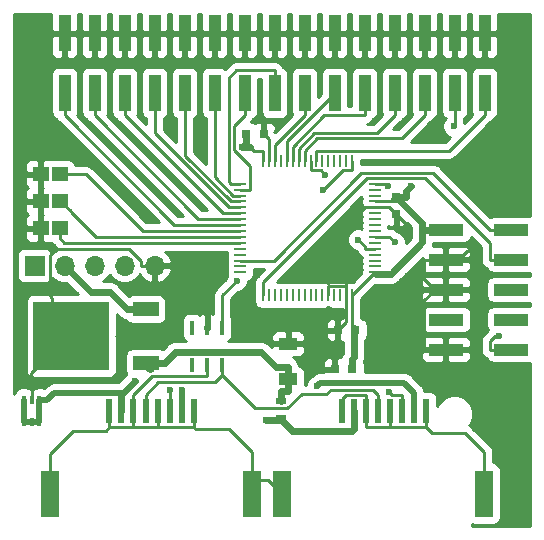
<source format=gtl>
G04 #@! TF.GenerationSoftware,KiCad,Pcbnew,(5.0.1)-3*
G04 #@! TF.CreationDate,2018-11-04T16:08:14+11:00*
G04 #@! TF.ProjectId,15_Channel_SSR_Driver,31355F4368616E6E656C5F5353525F44,1.1*
G04 #@! TF.SameCoordinates,PX7c25018PY69db1f0*
G04 #@! TF.FileFunction,Copper,L1,Top,Signal*
G04 #@! TF.FilePolarity,Positive*
%FSLAX46Y46*%
G04 Gerber Fmt 4.6, Leading zero omitted, Abs format (unit mm)*
G04 Created by KiCad (PCBNEW (5.0.1)-3) date 4/11/2018 4:08:14 PM*
%MOMM*%
%LPD*%
G01*
G04 APERTURE LIST*
G04 #@! TA.AperFunction,SMDPad,CuDef*
%ADD10R,1.380000X1.250000*%
G04 #@! TD*
G04 #@! TA.AperFunction,SMDPad,CuDef*
%ADD11R,0.350000X0.800000*%
G04 #@! TD*
G04 #@! TA.AperFunction,SMDPad,CuDef*
%ADD12R,0.406400X1.219200*%
G04 #@! TD*
G04 #@! TA.AperFunction,SMDPad,CuDef*
%ADD13R,1.000000X3.150000*%
G04 #@! TD*
G04 #@! TA.AperFunction,SMDPad,CuDef*
%ADD14R,0.800000X0.750000*%
G04 #@! TD*
G04 #@! TA.AperFunction,SMDPad,CuDef*
%ADD15R,0.750000X0.800000*%
G04 #@! TD*
G04 #@! TA.AperFunction,SMDPad,CuDef*
%ADD16R,1.500000X4.000000*%
G04 #@! TD*
G04 #@! TA.AperFunction,ComponentPad*
%ADD17C,0.900000*%
G04 #@! TD*
G04 #@! TA.AperFunction,SMDPad,CuDef*
%ADD18R,0.600000X2.100000*%
G04 #@! TD*
G04 #@! TA.AperFunction,ComponentPad*
%ADD19R,1.700000X1.700000*%
G04 #@! TD*
G04 #@! TA.AperFunction,ComponentPad*
%ADD20O,1.700000X1.700000*%
G04 #@! TD*
G04 #@! TA.AperFunction,SMDPad,CuDef*
%ADD21R,0.900000X0.500000*%
G04 #@! TD*
G04 #@! TA.AperFunction,SMDPad,CuDef*
%ADD22R,1.000000X0.250000*%
G04 #@! TD*
G04 #@! TA.AperFunction,SMDPad,CuDef*
%ADD23R,0.250000X1.000000*%
G04 #@! TD*
G04 #@! TA.AperFunction,SMDPad,CuDef*
%ADD24R,2.200000X1.200000*%
G04 #@! TD*
G04 #@! TA.AperFunction,SMDPad,CuDef*
%ADD25R,6.400000X5.800000*%
G04 #@! TD*
G04 #@! TA.AperFunction,SMDPad,CuDef*
%ADD26R,3.050000X2.750000*%
G04 #@! TD*
G04 #@! TA.AperFunction,SMDPad,CuDef*
%ADD27R,1.600000X1.000000*%
G04 #@! TD*
G04 #@! TA.AperFunction,SMDPad,CuDef*
%ADD28R,3.000000X1.000000*%
G04 #@! TD*
G04 #@! TA.AperFunction,ViaPad*
%ADD29C,0.600000*%
G04 #@! TD*
G04 #@! TA.AperFunction,Conductor*
%ADD30C,0.600000*%
G04 #@! TD*
G04 #@! TA.AperFunction,Conductor*
%ADD31C,0.500000*%
G04 #@! TD*
G04 #@! TA.AperFunction,Conductor*
%ADD32C,0.250000*%
G04 #@! TD*
G04 #@! TA.AperFunction,Conductor*
%ADD33C,0.249800*%
G04 #@! TD*
G04 #@! TA.AperFunction,Conductor*
%ADD34C,0.800000*%
G04 #@! TD*
G04 #@! TA.AperFunction,Conductor*
%ADD35C,0.254000*%
G04 #@! TD*
G04 APERTURE END LIST*
D10*
G04 #@! TO.P,JP3,1*
G04 #@! TO.N,Net-(JP3-Pad1)*
X4541000Y-18796000D03*
G04 #@! TO.P,JP3,2*
G04 #@! TO.N,GND*
X2921000Y-18796000D03*
G04 #@! TD*
G04 #@! TO.P,JP2,2*
G04 #@! TO.N,GND*
X2921000Y-16510000D03*
G04 #@! TO.P,JP2,1*
G04 #@! TO.N,Net-(JP2-Pad1)*
X4541000Y-16510000D03*
G04 #@! TD*
G04 #@! TO.P,JP1,1*
G04 #@! TO.N,Net-(JP1-Pad1)*
X4541000Y-14224000D03*
G04 #@! TO.P,JP1,2*
G04 #@! TO.N,GND*
X2921000Y-14224000D03*
G04 #@! TD*
D11*
G04 #@! TO.P,D1,1*
G04 #@! TO.N,+5V*
X2809000Y-33340000D03*
G04 #@! TO.P,D1,2*
G04 #@! TO.N,GND*
X2159000Y-33340000D03*
G04 #@! TO.P,D1,3*
G04 #@! TO.N,+5V*
X1509000Y-33340000D03*
G04 #@! TO.P,D1,4*
X1509000Y-35240000D03*
G04 #@! TO.P,D1,5*
X2159000Y-35240000D03*
G04 #@! TO.P,D1,6*
X2809000Y-35240000D03*
G04 #@! TD*
D12*
G04 #@! TO.P,ZD1,1*
G04 #@! TO.N,/1W-DATA*
X18288000Y-27228800D03*
G04 #@! TO.P,ZD1,2*
G04 #@! TO.N,GND*
X17018000Y-27228800D03*
G04 #@! TO.P,ZD1,3*
G04 #@! TO.N,N/C*
X15748000Y-27228800D03*
G04 #@! TO.P,ZD1,4*
X15748000Y-30429200D03*
G04 #@! TO.P,ZD1,5*
G04 #@! TO.N,Net-(J1-Pad1)*
X17018000Y-30429200D03*
G04 #@! TO.P,ZD1,6*
G04 #@! TO.N,Net-(J1-Pad4)*
X18288000Y-30429200D03*
G04 #@! TD*
D13*
G04 #@! TO.P,J3,30*
G04 #@! TO.N,GND*
X40513000Y-2301000D03*
G04 #@! TO.P,J3,29*
G04 #@! TO.N,/CH14*
X40513000Y-7351000D03*
G04 #@! TO.P,J3,28*
G04 #@! TO.N,GND*
X37973000Y-2301000D03*
G04 #@! TO.P,J3,27*
G04 #@! TO.N,/CH13*
X37973000Y-7351000D03*
G04 #@! TO.P,J3,26*
G04 #@! TO.N,GND*
X35433000Y-2301000D03*
G04 #@! TO.P,J3,25*
G04 #@! TO.N,/CH12*
X35433000Y-7351000D03*
G04 #@! TO.P,J3,24*
G04 #@! TO.N,GND*
X32893000Y-2301000D03*
G04 #@! TO.P,J3,23*
G04 #@! TO.N,/CH11*
X32893000Y-7351000D03*
G04 #@! TO.P,J3,22*
G04 #@! TO.N,GND*
X30353000Y-2301000D03*
G04 #@! TO.P,J3,21*
G04 #@! TO.N,/CH10*
X30353000Y-7351000D03*
G04 #@! TO.P,J3,20*
G04 #@! TO.N,GND*
X27813000Y-2301000D03*
G04 #@! TO.P,J3,19*
G04 #@! TO.N,/CH9*
X27813000Y-7351000D03*
G04 #@! TO.P,J3,18*
G04 #@! TO.N,GND*
X25273000Y-2301000D03*
G04 #@! TO.P,J3,17*
G04 #@! TO.N,/CH8*
X25273000Y-7351000D03*
G04 #@! TO.P,J3,16*
G04 #@! TO.N,GND*
X22733000Y-2301000D03*
G04 #@! TO.P,J3,15*
G04 #@! TO.N,/CH7*
X22733000Y-7351000D03*
G04 #@! TO.P,J3,14*
G04 #@! TO.N,GND*
X20193000Y-2301000D03*
G04 #@! TO.P,J3,13*
G04 #@! TO.N,/CH6*
X20193000Y-7351000D03*
G04 #@! TO.P,J3,12*
G04 #@! TO.N,GND*
X17653000Y-2301000D03*
G04 #@! TO.P,J3,11*
G04 #@! TO.N,/CH5*
X17653000Y-7351000D03*
G04 #@! TO.P,J3,10*
G04 #@! TO.N,GND*
X15113000Y-2301000D03*
G04 #@! TO.P,J3,9*
G04 #@! TO.N,/CH4*
X15113000Y-7351000D03*
G04 #@! TO.P,J3,8*
G04 #@! TO.N,GND*
X12573000Y-2301000D03*
G04 #@! TO.P,J3,7*
G04 #@! TO.N,/CH3*
X12573000Y-7351000D03*
G04 #@! TO.P,J3,6*
G04 #@! TO.N,GND*
X10033000Y-2301000D03*
G04 #@! TO.P,J3,5*
G04 #@! TO.N,/CH2*
X10033000Y-7351000D03*
G04 #@! TO.P,J3,4*
G04 #@! TO.N,GND*
X7493000Y-2301000D03*
G04 #@! TO.P,J3,3*
G04 #@! TO.N,/CH1*
X7493000Y-7351000D03*
G04 #@! TO.P,J3,2*
G04 #@! TO.N,GND*
X4953000Y-2301000D03*
G04 #@! TO.P,J3,1*
G04 #@! TO.N,/CH0*
X4953000Y-7351000D03*
G04 #@! TD*
D14*
G04 #@! TO.P,C2,1*
G04 #@! TO.N,+3V3*
X29325000Y-30734000D03*
G04 #@! TO.P,C2,2*
G04 #@! TO.N,GND*
X27825000Y-30734000D03*
G04 #@! TD*
G04 #@! TO.P,C3,1*
G04 #@! TO.N,+3V3*
X20332000Y-10795000D03*
G04 #@! TO.P,C3,2*
G04 #@! TO.N,GND*
X21832000Y-10795000D03*
G04 #@! TD*
G04 #@! TO.P,C4,1*
G04 #@! TO.N,+3V3*
X29579000Y-27432000D03*
G04 #@! TO.P,C4,2*
G04 #@! TO.N,GND*
X28079000Y-27432000D03*
G04 #@! TD*
D15*
G04 #@! TO.P,C5,1*
G04 #@! TO.N,+3V3*
X33020000Y-16141000D03*
G04 #@! TO.P,C5,2*
G04 #@! TO.N,GND*
X33020000Y-17641000D03*
G04 #@! TD*
D16*
G04 #@! TO.P,J1,9*
G04 #@! TO.N,Net-(J1-Pad1)*
X23370000Y-41282000D03*
D17*
X23370000Y-41282000D03*
D18*
G04 #@! TO.P,J1,8*
X35570000Y-34302000D03*
G04 #@! TO.P,J1,7*
G04 #@! TO.N,Net-(J1-Pad7)*
X34550000Y-34302000D03*
G04 #@! TO.P,J1,6*
G04 #@! TO.N,Net-(J1-Pad6)*
X33530000Y-34302000D03*
G04 #@! TO.P,J1,5*
G04 #@! TO.N,Net-(J1-Pad1)*
X32510000Y-34302000D03*
G04 #@! TO.P,J1,4*
G04 #@! TO.N,Net-(J1-Pad4)*
X31490000Y-34302000D03*
G04 #@! TO.P,J1,3*
G04 #@! TO.N,Net-(J1-Pad1)*
X30470000Y-34302000D03*
G04 #@! TO.P,J1,2*
G04 #@! TO.N,+5V*
X29450000Y-34302000D03*
G04 #@! TO.P,J1,1*
G04 #@! TO.N,Net-(J1-Pad1)*
X28430000Y-34302000D03*
D17*
G04 #@! TO.P,J1,9*
X40470000Y-41282000D03*
D16*
X40470000Y-41282000D03*
G04 #@! TD*
G04 #@! TO.P,J2,9*
G04 #@! TO.N,Net-(J1-Pad1)*
X3685000Y-41282000D03*
D17*
X3685000Y-41282000D03*
D18*
G04 #@! TO.P,J2,8*
X15885000Y-34302000D03*
G04 #@! TO.P,J2,7*
G04 #@! TO.N,Net-(J1-Pad7)*
X14865000Y-34302000D03*
G04 #@! TO.P,J2,6*
G04 #@! TO.N,Net-(J1-Pad6)*
X13845000Y-34302000D03*
G04 #@! TO.P,J2,5*
G04 #@! TO.N,Net-(J1-Pad1)*
X12825000Y-34302000D03*
G04 #@! TO.P,J2,4*
G04 #@! TO.N,Net-(J1-Pad4)*
X11805000Y-34302000D03*
G04 #@! TO.P,J2,3*
G04 #@! TO.N,Net-(J1-Pad1)*
X10785000Y-34302000D03*
G04 #@! TO.P,J2,2*
G04 #@! TO.N,+5V*
X9765000Y-34302000D03*
G04 #@! TO.P,J2,1*
G04 #@! TO.N,Net-(J1-Pad1)*
X8745000Y-34302000D03*
D17*
G04 #@! TO.P,J2,9*
X20785000Y-41282000D03*
D16*
X20785000Y-41282000D03*
G04 #@! TD*
D19*
G04 #@! TO.P,P6,1*
G04 #@! TO.N,/1W-DATA*
X2413000Y-21971000D03*
D20*
G04 #@! TO.P,P6,2*
G04 #@! TO.N,+3V3*
X4953000Y-21971000D03*
G04 #@! TO.P,P6,3*
G04 #@! TO.N,/UART_TX*
X7493000Y-21971000D03*
G04 #@! TO.P,P6,4*
G04 #@! TO.N,/UART_RX*
X10033000Y-21971000D03*
G04 #@! TO.P,P6,5*
G04 #@! TO.N,GND*
X12573000Y-21971000D03*
G04 #@! TD*
D21*
G04 #@! TO.P,R1,1*
G04 #@! TO.N,+5V*
X23241000Y-34913000D03*
G04 #@! TO.P,R1,2*
G04 #@! TO.N,Net-(C1-Pad1)*
X23241000Y-33413000D03*
G04 #@! TD*
D22*
G04 #@! TO.P,U2,1*
G04 #@! TO.N,+3V3*
X31227000Y-22546000D03*
G04 #@! TO.P,U2,2*
G04 #@! TO.N,Net-(U2-Pad2)*
X31227000Y-22046000D03*
G04 #@! TO.P,U2,3*
G04 #@! TO.N,Net-(U2-Pad3)*
X31227000Y-21546000D03*
G04 #@! TO.P,U2,4*
G04 #@! TO.N,Net-(U2-Pad4)*
X31227000Y-21046000D03*
G04 #@! TO.P,U2,5*
G04 #@! TO.N,/1W-DATA*
X31227000Y-20546000D03*
G04 #@! TO.P,U2,6*
G04 #@! TO.N,Net-(U2-Pad6)*
X31227000Y-20046000D03*
G04 #@! TO.P,U2,7*
G04 #@! TO.N,Net-(P1-Pad10)*
X31227000Y-19546000D03*
G04 #@! TO.P,U2,8*
G04 #@! TO.N,Net-(U2-Pad8)*
X31227000Y-19046000D03*
G04 #@! TO.P,U2,9*
G04 #@! TO.N,Net-(U2-Pad9)*
X31227000Y-18546000D03*
G04 #@! TO.P,U2,10*
G04 #@! TO.N,Net-(U2-Pad10)*
X31227000Y-18046000D03*
G04 #@! TO.P,U2,11*
G04 #@! TO.N,Net-(U2-Pad11)*
X31227000Y-17546000D03*
G04 #@! TO.P,U2,12*
G04 #@! TO.N,GND*
X31227000Y-17046000D03*
G04 #@! TO.P,U2,13*
G04 #@! TO.N,+3V3*
X31227000Y-16546000D03*
G04 #@! TO.P,U2,14*
G04 #@! TO.N,Net-(U2-Pad14)*
X31227000Y-16046000D03*
G04 #@! TO.P,U2,15*
G04 #@! TO.N,Net-(U2-Pad15)*
X31227000Y-15546000D03*
G04 #@! TO.P,U2,16*
G04 #@! TO.N,/UART_TX*
X31227000Y-15046000D03*
D23*
G04 #@! TO.P,U2,17*
G04 #@! TO.N,/UART_RX*
X29277000Y-13096000D03*
G04 #@! TO.P,U2,18*
G04 #@! TO.N,Net-(U2-Pad18)*
X28777000Y-13096000D03*
G04 #@! TO.P,U2,19*
G04 #@! TO.N,Net-(U2-Pad19)*
X28277000Y-13096000D03*
G04 #@! TO.P,U2,20*
G04 #@! TO.N,Net-(U2-Pad20)*
X27777000Y-13096000D03*
G04 #@! TO.P,U2,21*
G04 #@! TO.N,Net-(U2-Pad21)*
X27277000Y-13096000D03*
G04 #@! TO.P,U2,22*
G04 #@! TO.N,Net-(U2-Pad22)*
X26777000Y-13096000D03*
G04 #@! TO.P,U2,23*
G04 #@! TO.N,/CH14*
X26277000Y-13096000D03*
G04 #@! TO.P,U2,24*
G04 #@! TO.N,/CH13*
X25777000Y-13096000D03*
G04 #@! TO.P,U2,25*
G04 #@! TO.N,/CH12*
X25277000Y-13096000D03*
G04 #@! TO.P,U2,26*
G04 #@! TO.N,/CH11*
X24777000Y-13096000D03*
G04 #@! TO.P,U2,27*
G04 #@! TO.N,/CH10*
X24277000Y-13096000D03*
G04 #@! TO.P,U2,28*
G04 #@! TO.N,/CH9*
X23777000Y-13096000D03*
G04 #@! TO.P,U2,29*
G04 #@! TO.N,Net-(U2-Pad29)*
X23277000Y-13096000D03*
G04 #@! TO.P,U2,30*
G04 #@! TO.N,/CH8*
X22777000Y-13096000D03*
G04 #@! TO.P,U2,31*
G04 #@! TO.N,GND*
X22277000Y-13096000D03*
G04 #@! TO.P,U2,32*
G04 #@! TO.N,+3V3*
X21777000Y-13096000D03*
D22*
G04 #@! TO.P,U2,33*
G04 #@! TO.N,/CH7*
X19827000Y-15046000D03*
G04 #@! TO.P,U2,34*
G04 #@! TO.N,/CH6*
X19827000Y-15546000D03*
G04 #@! TO.P,U2,35*
G04 #@! TO.N,/CH5*
X19827000Y-16046000D03*
G04 #@! TO.P,U2,36*
G04 #@! TO.N,/CH4*
X19827000Y-16546000D03*
G04 #@! TO.P,U2,37*
G04 #@! TO.N,/CH3*
X19827000Y-17046000D03*
G04 #@! TO.P,U2,38*
G04 #@! TO.N,/CH2*
X19827000Y-17546000D03*
G04 #@! TO.P,U2,39*
G04 #@! TO.N,/CH1*
X19827000Y-18046000D03*
G04 #@! TO.P,U2,40*
G04 #@! TO.N,/CH0*
X19827000Y-18546000D03*
G04 #@! TO.P,U2,41*
G04 #@! TO.N,Net-(JP1-Pad1)*
X19827000Y-19046000D03*
G04 #@! TO.P,U2,42*
G04 #@! TO.N,Net-(JP2-Pad1)*
X19827000Y-19546000D03*
G04 #@! TO.P,U2,43*
G04 #@! TO.N,Net-(JP3-Pad1)*
X19827000Y-20046000D03*
G04 #@! TO.P,U2,44*
G04 #@! TO.N,Net-(U2-Pad44)*
X19827000Y-20546000D03*
G04 #@! TO.P,U2,45*
G04 #@! TO.N,Net-(U2-Pad45)*
X19827000Y-21046000D03*
G04 #@! TO.P,U2,46*
G04 #@! TO.N,/SWDAT*
X19827000Y-21546000D03*
G04 #@! TO.P,U2,47*
G04 #@! TO.N,Net-(U2-Pad47)*
X19827000Y-22046000D03*
G04 #@! TO.P,U2,48*
G04 #@! TO.N,Net-(U2-Pad48)*
X19827000Y-22546000D03*
D23*
G04 #@! TO.P,U2,49*
G04 #@! TO.N,/SWCLK*
X21777000Y-24496000D03*
G04 #@! TO.P,U2,50*
G04 #@! TO.N,Net-(U2-Pad50)*
X22277000Y-24496000D03*
G04 #@! TO.P,U2,51*
G04 #@! TO.N,Net-(U2-Pad51)*
X22777000Y-24496000D03*
G04 #@! TO.P,U2,52*
G04 #@! TO.N,Net-(U2-Pad52)*
X23277000Y-24496000D03*
G04 #@! TO.P,U2,53*
G04 #@! TO.N,Net-(U2-Pad53)*
X23777000Y-24496000D03*
G04 #@! TO.P,U2,54*
G04 #@! TO.N,N/C*
X24277000Y-24496000D03*
G04 #@! TO.P,U2,55*
G04 #@! TO.N,Net-(U2-Pad55)*
X24777000Y-24496000D03*
G04 #@! TO.P,U2,56*
G04 #@! TO.N,Net-(U2-Pad56)*
X25277000Y-24496000D03*
G04 #@! TO.P,U2,57*
G04 #@! TO.N,Net-(U2-Pad57)*
X25777000Y-24496000D03*
G04 #@! TO.P,U2,58*
G04 #@! TO.N,Net-(U2-Pad58)*
X26277000Y-24496000D03*
G04 #@! TO.P,U2,59*
G04 #@! TO.N,Net-(U2-Pad59)*
X26777000Y-24496000D03*
G04 #@! TO.P,U2,60*
G04 #@! TO.N,GND*
X27277000Y-24496000D03*
G04 #@! TO.P,U2,61*
G04 #@! TO.N,Net-(U2-Pad61)*
X27777000Y-24496000D03*
G04 #@! TO.P,U2,62*
G04 #@! TO.N,Net-(U2-Pad62)*
X28277000Y-24496000D03*
G04 #@! TO.P,U2,63*
G04 #@! TO.N,GND*
X28777000Y-24496000D03*
G04 #@! TO.P,U2,64*
G04 #@! TO.N,+3V3*
X29277000Y-24496000D03*
G04 #@! TD*
D24*
G04 #@! TO.P,U1,1*
G04 #@! TO.N,Net-(C1-Pad1)*
X11820000Y-30220000D03*
G04 #@! TO.P,U1,3*
G04 #@! TO.N,+3V3*
X11820000Y-25660000D03*
D25*
G04 #@! TO.P,U1,2*
G04 #@! TO.N,GND*
X5520000Y-27940000D03*
D26*
X3845000Y-26415000D03*
X7195000Y-29465000D03*
X3845000Y-29465000D03*
X7195000Y-26415000D03*
G04 #@! TD*
D27*
G04 #@! TO.P,C1,1*
G04 #@! TO.N,Net-(C1-Pad1)*
X23876000Y-31599000D03*
G04 #@! TO.P,C1,2*
G04 #@! TO.N,GND*
X23876000Y-28599000D03*
G04 #@! TD*
D28*
G04 #@! TO.P,P1,1*
G04 #@! TO.N,+3V3*
X37235000Y-18923000D03*
G04 #@! TO.P,P1,2*
G04 #@! TO.N,/SWDAT*
X42775000Y-18923000D03*
G04 #@! TO.P,P1,3*
G04 #@! TO.N,GND*
X37235000Y-21463000D03*
G04 #@! TO.P,P1,4*
G04 #@! TO.N,/SWCLK*
X42775000Y-21463000D03*
G04 #@! TO.P,P1,5*
G04 #@! TO.N,GND*
X37235000Y-24003000D03*
G04 #@! TO.P,P1,6*
G04 #@! TO.N,Net-(P1-Pad6)*
X42775000Y-24003000D03*
G04 #@! TO.P,P1,7*
G04 #@! TO.N,Net-(P1-Pad7)*
X37235000Y-26543000D03*
G04 #@! TO.P,P1,8*
G04 #@! TO.N,Net-(P1-Pad8)*
X42775000Y-26543000D03*
G04 #@! TO.P,P1,9*
G04 #@! TO.N,GND*
X37235000Y-29083000D03*
G04 #@! TO.P,P1,10*
G04 #@! TO.N,Net-(P1-Pad10)*
X42775000Y-29083000D03*
G04 #@! TD*
D29*
G04 #@! TO.N,+5V*
X10909800Y-31749800D03*
X22004700Y-35036800D03*
G04 #@! TO.N,GND*
X26162000Y-27305000D03*
X17145000Y-25527000D03*
X39624000Y-20701000D03*
X34163000Y-19050000D03*
X33401000Y-30480000D03*
X33147000Y-28575000D03*
X33274000Y-26670000D03*
X33528000Y-24511000D03*
X34036000Y-22860000D03*
G04 #@! TO.N,+3V3*
X34316000Y-15278000D03*
X19937000Y-11955000D03*
G04 #@! TO.N,Net-(J1-Pad7)*
X26289000Y-32204900D03*
X14859000Y-32537200D03*
G04 #@! TO.N,Net-(J1-Pad6)*
X32449600Y-32703800D03*
X13843000Y-32512000D03*
G04 #@! TO.N,/1W-DATA*
X29821000Y-19769600D03*
X19514500Y-23259900D03*
G04 #@! TO.N,/UART_TX*
X32295000Y-15231000D03*
G04 #@! TO.N,/UART_RX*
X26845000Y-15599000D03*
G04 #@! TO.N,Net-(P1-Pad10)*
X32891000Y-19999000D03*
X41765000Y-27946000D03*
G04 #@! TO.N,/CH13*
X37883800Y-10173600D03*
X26982100Y-14274000D03*
G04 #@! TD*
D30*
G04 #@! TO.N,+5V*
X23241000Y-35006700D02*
X24245000Y-36010700D01*
X24245000Y-36010700D02*
X29291600Y-36010700D01*
X29291600Y-36010700D02*
X29450000Y-35852300D01*
X29450000Y-34302000D02*
X29450000Y-35852300D01*
X23241000Y-35006700D02*
X23210900Y-35036800D01*
X23210900Y-35036800D02*
X22004700Y-35036800D01*
X9765000Y-34302000D02*
X9765000Y-32751700D01*
X10909800Y-31749800D02*
X9907900Y-32751700D01*
X9907900Y-32751700D02*
X9765000Y-32751700D01*
X23241000Y-34913000D02*
X23241000Y-35006700D01*
D31*
X4072300Y-32751700D02*
X9765000Y-32751700D01*
X3484000Y-33340000D02*
X4072300Y-32751700D01*
X2809000Y-33340000D02*
X3484000Y-33340000D01*
X2809000Y-33340000D02*
X2809000Y-35240000D01*
X2809000Y-35240000D02*
X2159000Y-35240000D01*
X2159000Y-35240000D02*
X1509000Y-35240000D01*
X1509000Y-35240000D02*
X1509000Y-33340000D01*
D32*
G04 #@! TO.N,GND*
X3845000Y-27940000D02*
X3845000Y-26415000D01*
X3845000Y-29465000D02*
X3845000Y-27940000D01*
X27001000Y-29210000D02*
X26390000Y-28599000D01*
X26390000Y-28599000D02*
X23876000Y-28599000D01*
X12573000Y-21971000D02*
X11398000Y-21971000D01*
X11398000Y-21971000D02*
X11398000Y-21604000D01*
X11398000Y-21604000D02*
X10387000Y-20593000D01*
X10387000Y-20593000D02*
X4202000Y-20593000D01*
X4202000Y-20593000D02*
X3717000Y-21078000D01*
X3717000Y-21078000D02*
X3717000Y-24586000D01*
X3717000Y-24586000D02*
X3845000Y-24715000D01*
X3845000Y-24715000D02*
X3845000Y-26415000D01*
X37235000Y-29083000D02*
X35522000Y-29083000D01*
X35522000Y-29083000D02*
X35410000Y-28970000D01*
X35410000Y-28970000D02*
X35410000Y-24916000D01*
X35410000Y-24916000D02*
X36322000Y-24003000D01*
X36322000Y-24003000D02*
X35410000Y-23090000D01*
X35410000Y-23090000D02*
X35410000Y-21463000D01*
X35410000Y-21463000D02*
X37235000Y-21463000D01*
X37235000Y-24003000D02*
X36322000Y-24003000D01*
X28777000Y-23671000D02*
X28777000Y-24496000D01*
X31227000Y-17046000D02*
X30402000Y-17046000D01*
X30402000Y-17046000D02*
X28777000Y-18671000D01*
X28777000Y-18671000D02*
X28777000Y-23671000D01*
X28777000Y-23671000D02*
X27277000Y-23671000D01*
X27277000Y-23671000D02*
X27277000Y-24496000D01*
X31227000Y-17046000D02*
X32425000Y-17046000D01*
X32425000Y-17046000D02*
X33020000Y-17641000D01*
X28079000Y-27432000D02*
X28079000Y-28132000D01*
X28079000Y-28132000D02*
X27001000Y-29210000D01*
X7195000Y-27940000D02*
X7195000Y-29465000D01*
X3845000Y-27940000D02*
X5520000Y-27940000D01*
X7195000Y-26415000D02*
X7195000Y-27940000D01*
X7195000Y-27940000D02*
X5520000Y-27940000D01*
X27825000Y-30734000D02*
X27825000Y-30034000D01*
X27825000Y-30034000D02*
X27001000Y-29210000D01*
X28777000Y-24496000D02*
X28777000Y-26734000D01*
X28777000Y-26734000D02*
X28079000Y-27432000D01*
X22277000Y-11240000D02*
X21832000Y-10795000D01*
X22277000Y-13096000D02*
X22277000Y-11240000D01*
X28079000Y-27432000D02*
X26289000Y-27432000D01*
X26289000Y-27432000D02*
X26162000Y-27305000D01*
X17145000Y-27101800D02*
X17018000Y-27228800D01*
X17145000Y-25527000D02*
X17145000Y-27101800D01*
X38997000Y-20701000D02*
X39624000Y-20701000D01*
X37235000Y-21463000D02*
X38235000Y-21463000D01*
X38235000Y-21463000D02*
X38997000Y-20701000D01*
X34163000Y-18784000D02*
X33020000Y-17641000D01*
X34163000Y-19050000D02*
X34163000Y-18784000D01*
X37235000Y-29083000D02*
X34798000Y-29083000D01*
X34798000Y-29083000D02*
X33401000Y-30480000D01*
X33147000Y-28575000D02*
X33147000Y-26797000D01*
X33147000Y-26797000D02*
X33274000Y-26670000D01*
X33827999Y-24211001D02*
X33827999Y-23068001D01*
X33528000Y-24511000D02*
X33827999Y-24211001D01*
X33827999Y-23068001D02*
X34036000Y-22860000D01*
X5220000Y-27940000D02*
X5520000Y-27940000D01*
X2070000Y-31090000D02*
X5220000Y-27940000D01*
X2070000Y-31212000D02*
X2070000Y-31090000D01*
X2159000Y-31301000D02*
X2070000Y-31212000D01*
X2159000Y-33340000D02*
X2159000Y-31301000D01*
D30*
G04 #@! TO.N,+3V3*
X33020000Y-16141000D02*
X33895300Y-16141000D01*
X34316000Y-15278000D02*
X33895300Y-15698700D01*
X33895300Y-15698700D02*
X33895300Y-16141000D01*
X32857000Y-16304000D02*
X33208000Y-16304000D01*
X33208000Y-16304000D02*
X35235000Y-18331000D01*
X35235000Y-18331000D02*
X35235000Y-18923000D01*
X29325000Y-30734000D02*
X29325000Y-29859000D01*
X29325000Y-29859000D02*
X29428000Y-29756000D01*
X29428000Y-29756000D02*
X29428000Y-27281000D01*
D33*
X21777000Y-13096000D02*
X21777000Y-12270800D01*
X20636000Y-11955000D02*
X20951800Y-12270800D01*
X20951800Y-12270800D02*
X21777000Y-12270800D01*
D30*
X19937000Y-11955000D02*
X20636000Y-11955000D01*
D33*
X31352000Y-22671000D02*
X31227000Y-22546000D01*
D32*
X32857000Y-16304000D02*
X33020000Y-16141000D01*
X31227000Y-16546000D02*
X32615000Y-16546000D01*
X32615000Y-16546000D02*
X32857000Y-16304000D01*
D30*
X37235000Y-18923000D02*
X35235000Y-18923000D01*
D32*
X31227000Y-22546000D02*
X29277000Y-24496000D01*
X29428000Y-27281000D02*
X29579000Y-27432000D01*
X29277000Y-24496000D02*
X29277000Y-27130000D01*
X29277000Y-27130000D02*
X29428000Y-27281000D01*
D30*
X20332000Y-10795000D02*
X20332000Y-11670000D01*
X20332000Y-11670000D02*
X20221000Y-11670000D01*
X20221000Y-11670000D02*
X19937000Y-11955000D01*
X4953000Y-21971000D02*
X7196000Y-24214000D01*
X7196000Y-24214000D02*
X8773000Y-24214000D01*
X8773000Y-24214000D02*
X10220000Y-25660000D01*
X10220000Y-25660000D02*
X11820000Y-25660000D01*
X31934000Y-22671000D02*
X31352000Y-22671000D01*
X32574000Y-22671000D02*
X31934000Y-22671000D01*
X35235000Y-18923000D02*
X35235000Y-20010000D01*
X35235000Y-20010000D02*
X32574000Y-22671000D01*
D31*
G04 #@! TO.N,Net-(J1-Pad7)*
X14865000Y-32543200D02*
X14859000Y-32537200D01*
X14865000Y-34302000D02*
X14865000Y-32543200D01*
X26596110Y-31897790D02*
X26289000Y-32204900D01*
X33695790Y-31897790D02*
X26596110Y-31897790D01*
X34550000Y-32752000D02*
X33695790Y-31897790D01*
X34550000Y-34302000D02*
X34550000Y-32752000D01*
D32*
G04 #@! TO.N,Net-(J1-Pad6)*
X33530000Y-34302000D02*
X33530000Y-32926700D01*
X32449600Y-32703800D02*
X32672500Y-32926700D01*
X32672500Y-32926700D02*
X33530000Y-32926700D01*
X13843000Y-34300000D02*
X13845000Y-34302000D01*
X13843000Y-32512000D02*
X13843000Y-34300000D01*
G04 #@! TO.N,/1W-DATA*
X31227000Y-20546000D02*
X30401700Y-20546000D01*
X30401700Y-20546000D02*
X30401700Y-20350300D01*
X30401700Y-20350300D02*
X29821000Y-19769600D01*
X19514500Y-23259900D02*
X18288000Y-24486400D01*
X18288000Y-24486400D02*
X18288000Y-27228800D01*
G04 #@! TO.N,/UART_TX*
X31227000Y-15046000D02*
X32110000Y-15046000D01*
X32110000Y-15046000D02*
X32295000Y-15231000D01*
G04 #@! TO.N,/UART_RX*
X29277000Y-13096000D02*
X29277000Y-13921000D01*
X29277000Y-13921000D02*
X28522000Y-13921000D01*
X28522000Y-13921000D02*
X26845000Y-15599000D01*
D30*
G04 #@! TO.N,Net-(C1-Pad1)*
X23876000Y-31599000D02*
X23876000Y-30598700D01*
X11820000Y-30220000D02*
X13420300Y-30220000D01*
X13420300Y-30220000D02*
X14321100Y-29319200D01*
X14321100Y-29319200D02*
X21596200Y-29319200D01*
X21596200Y-29319200D02*
X22875700Y-30598700D01*
X22875700Y-30598700D02*
X23876000Y-30598700D01*
X23876000Y-31599000D02*
X23876000Y-32599300D01*
X23876000Y-32599300D02*
X23304400Y-32599300D01*
X23304400Y-32599300D02*
X23241000Y-32662700D01*
X23241000Y-33413000D02*
X23241000Y-32662700D01*
D34*
X12221000Y-30621000D02*
X11820000Y-30220000D01*
D32*
G04 #@! TO.N,Net-(P1-Pad10)*
X42775000Y-29083000D02*
X40950000Y-29083000D01*
X40950000Y-29083000D02*
X40950000Y-28361000D01*
X40950000Y-28361000D02*
X41365000Y-27946000D01*
X41365000Y-27946000D02*
X41765000Y-27946000D01*
X32891000Y-19999000D02*
X32438000Y-19546000D01*
X32438000Y-19546000D02*
X31227000Y-19546000D01*
G04 #@! TO.N,/SWDAT*
X42775000Y-18923000D02*
X40950000Y-18923000D01*
X40950000Y-18923000D02*
X36161000Y-14134000D01*
X36161000Y-14134000D02*
X30058000Y-14134000D01*
X30058000Y-14134000D02*
X22646000Y-21546000D01*
X22646000Y-21546000D02*
X19827000Y-21546000D01*
G04 #@! TO.N,/SWCLK*
X42775000Y-21463000D02*
X40950000Y-21463000D01*
X40950000Y-21463000D02*
X40950000Y-20094000D01*
X40950000Y-20094000D02*
X35451000Y-14596000D01*
X35451000Y-14596000D02*
X30590000Y-14596000D01*
X30590000Y-14596000D02*
X21777000Y-23408000D01*
X21777000Y-23408000D02*
X21777000Y-24496000D01*
G04 #@! TO.N,/CH0*
X4953000Y-7351000D02*
X4953000Y-9251300D01*
X19827000Y-18546000D02*
X14247700Y-18546000D01*
X14247700Y-18546000D02*
X4953000Y-9251300D01*
G04 #@! TO.N,/CH1*
X7493000Y-7351000D02*
X7493000Y-9251300D01*
X19827000Y-18046000D02*
X16287700Y-18046000D01*
X16287700Y-18046000D02*
X7493000Y-9251300D01*
G04 #@! TO.N,/CH2*
X10033000Y-7351000D02*
X10033000Y-9251300D01*
X19827000Y-17546000D02*
X18327700Y-17546000D01*
X18327700Y-17546000D02*
X10033000Y-9251300D01*
G04 #@! TO.N,/CH3*
X19827000Y-17046000D02*
X18837400Y-17046000D01*
X18837400Y-17046000D02*
X12573000Y-10781600D01*
X12573000Y-10781600D02*
X12573000Y-7351000D01*
G04 #@! TO.N,/CH4*
X19001700Y-16546000D02*
X15113000Y-12657300D01*
X15113000Y-12657300D02*
X15113000Y-7351000D01*
X19827000Y-16546000D02*
X19001700Y-16546000D01*
G04 #@! TO.N,/CH5*
X19827000Y-16046000D02*
X19224700Y-16046000D01*
X19224700Y-16046000D02*
X17653000Y-14474300D01*
X17653000Y-14474300D02*
X17653000Y-7351000D01*
G04 #@! TO.N,/CH6*
X19827000Y-15546000D02*
X20652300Y-15546000D01*
X20193000Y-7351000D02*
X20193000Y-9251300D01*
X20193000Y-9251300D02*
X19304300Y-10140000D01*
X19304300Y-10140000D02*
X19304300Y-12213100D01*
X19304300Y-12213100D02*
X20652300Y-13561100D01*
X20652300Y-13561100D02*
X20652300Y-15546000D01*
G04 #@! TO.N,/CH7*
X22733000Y-7351000D02*
X22733000Y-5450700D01*
X19827000Y-15046000D02*
X19001700Y-15046000D01*
X19001700Y-15046000D02*
X18846500Y-14890800D01*
X18846500Y-14890800D02*
X18846500Y-6095100D01*
X18846500Y-6095100D02*
X19490900Y-5450700D01*
X19490900Y-5450700D02*
X22733000Y-5450700D01*
G04 #@! TO.N,/CH8*
X25273000Y-7351000D02*
X25273000Y-9251300D01*
X22777000Y-13096000D02*
X22777000Y-11747300D01*
X22777000Y-11747300D02*
X25273000Y-9251300D01*
G04 #@! TO.N,/CH9*
X23777000Y-13096000D02*
X23777000Y-11387000D01*
X23777000Y-11387000D02*
X27813000Y-7351000D01*
G04 #@! TO.N,/CH10*
X30353000Y-7351000D02*
X30353000Y-9251300D01*
X24277000Y-13096000D02*
X24277000Y-11929800D01*
X24277000Y-11929800D02*
X26955500Y-9251300D01*
X26955500Y-9251300D02*
X30353000Y-9251300D01*
G04 #@! TO.N,/CH11*
X32893000Y-7351000D02*
X32893000Y-9251300D01*
X24777000Y-13096000D02*
X24777000Y-12073200D01*
X24777000Y-12073200D02*
X26110700Y-10739500D01*
X26110700Y-10739500D02*
X31404800Y-10739500D01*
X31404800Y-10739500D02*
X32893000Y-9251300D01*
G04 #@! TO.N,/CH12*
X35433000Y-7351000D02*
X35433000Y-9251300D01*
X25277000Y-13096000D02*
X25277000Y-12270700D01*
X25277000Y-12270700D02*
X26357800Y-11189900D01*
X26357800Y-11189900D02*
X33494400Y-11189900D01*
X33494400Y-11189900D02*
X35433000Y-9251300D01*
G04 #@! TO.N,/CH13*
X25777000Y-13096000D02*
X25777000Y-13921300D01*
X37883800Y-10173600D02*
X37973000Y-10084400D01*
X37973000Y-10084400D02*
X37973000Y-7351000D01*
X25777000Y-13921300D02*
X26629400Y-13921300D01*
X26629400Y-13921300D02*
X26982100Y-14274000D01*
G04 #@! TO.N,/CH14*
X40513000Y-7351000D02*
X40513000Y-9251300D01*
X26277000Y-13096000D02*
X26277000Y-12270700D01*
X26277000Y-12270700D02*
X37493600Y-12270700D01*
X37493600Y-12270700D02*
X40513000Y-9251300D01*
G04 #@! TO.N,Net-(J1-Pad1)*
X20785000Y-38956700D02*
X20785000Y-37771200D01*
X20785000Y-37771200D02*
X18831200Y-35817400D01*
X18831200Y-35817400D02*
X16025100Y-35817400D01*
X16025100Y-35817400D02*
X15885000Y-35677300D01*
X8745000Y-35677300D02*
X8446500Y-35975800D01*
X8446500Y-35975800D02*
X5651800Y-35975800D01*
X5651800Y-35975800D02*
X3685000Y-37942600D01*
X3685000Y-37942600D02*
X3685000Y-41282000D01*
X8745000Y-35634700D02*
X8745000Y-35677300D01*
X8745000Y-34302000D02*
X8745000Y-35634700D01*
X8745000Y-35677300D02*
X10785000Y-35677300D01*
X10785000Y-34302000D02*
X10785000Y-35677300D01*
X12825000Y-35677300D02*
X10785000Y-35677300D01*
X12825000Y-35634700D02*
X12825000Y-35677300D01*
X12825000Y-35677300D02*
X15885000Y-35677300D01*
X12825000Y-34302000D02*
X12825000Y-35634700D01*
X15885000Y-34302000D02*
X15885000Y-35677300D01*
X20785000Y-40119300D02*
X22207300Y-40119300D01*
X22207300Y-40119300D02*
X23370000Y-41282000D01*
X20785000Y-40119300D02*
X20785000Y-38956700D01*
X20785000Y-41282000D02*
X20785000Y-40119300D01*
X28430000Y-33272700D02*
X28776000Y-32926700D01*
X28776000Y-32926700D02*
X30470000Y-32926700D01*
X30470000Y-34302000D02*
X30470000Y-32926700D01*
X28430000Y-34302000D02*
X28430000Y-33272700D01*
X40470000Y-41282000D02*
X40470000Y-37773700D01*
X40470000Y-37773700D02*
X38884600Y-36188300D01*
X38884600Y-36188300D02*
X36081000Y-36188300D01*
X36081000Y-36188300D02*
X35570000Y-35677300D01*
X35570000Y-34302000D02*
X35570000Y-35677300D01*
X32510000Y-35677300D02*
X35570000Y-35677300D01*
X32510000Y-35564700D02*
X32510000Y-35677300D01*
X32510000Y-35677300D02*
X30470000Y-35677300D01*
X17018000Y-30429200D02*
X17018000Y-31364100D01*
X10785000Y-34302000D02*
X10785000Y-32926700D01*
X10785000Y-32926700D02*
X12347600Y-31364100D01*
X12347600Y-31364100D02*
X17018000Y-31364100D01*
X30470000Y-34302000D02*
X30470000Y-35677300D01*
X32510000Y-34302000D02*
X32510000Y-35564700D01*
G04 #@! TO.N,Net-(J1-Pad4)*
X11805000Y-34302000D02*
X11805000Y-32926700D01*
X18288000Y-31224100D02*
X21113600Y-34049700D01*
X21113600Y-34049700D02*
X23808900Y-34049700D01*
X23808900Y-34049700D02*
X25028700Y-32829900D01*
X25028700Y-32829900D02*
X27116500Y-32829900D01*
X27116500Y-32829900D02*
X27473600Y-32472800D01*
X27473600Y-32472800D02*
X31036100Y-32472800D01*
X31036100Y-32472800D02*
X31490000Y-32926700D01*
X18288000Y-31181400D02*
X18288000Y-31224100D01*
X11805000Y-32926700D02*
X12888400Y-31843300D01*
X12888400Y-31843300D02*
X17668800Y-31843300D01*
X17668800Y-31843300D02*
X18288000Y-31224100D01*
X31490000Y-34302000D02*
X31490000Y-32926700D01*
X18288000Y-30429200D02*
X18288000Y-31181400D01*
G04 #@! TO.N,Net-(JP1-Pad1)*
X19827000Y-19046000D02*
X11553000Y-19046000D01*
X6731000Y-14224000D02*
X4541000Y-14224000D01*
X11553000Y-19046000D02*
X6731000Y-14224000D01*
G04 #@! TO.N,Net-(JP2-Pad1)*
X4606000Y-16510000D02*
X4541000Y-16510000D01*
X5481000Y-17385000D02*
X4606000Y-16510000D01*
X5481000Y-17450000D02*
X5481000Y-17385000D01*
X7577000Y-19546000D02*
X5481000Y-17450000D01*
X19827000Y-19546000D02*
X7577000Y-19546000D01*
G04 #@! TO.N,Net-(JP3-Pad1)*
X4541000Y-19671000D02*
X4541000Y-18796000D01*
X4916000Y-20046000D02*
X4541000Y-19671000D01*
X19827000Y-20046000D02*
X4916000Y-20046000D01*
G04 #@! TD*
D35*
G04 #@! TO.N,GND*
G36*
X40190001Y-20408844D02*
X40190000Y-21388148D01*
X40175111Y-21463000D01*
X40234096Y-21759537D01*
X40375391Y-21971000D01*
X40402071Y-22010929D01*
X40653463Y-22178904D01*
X40671208Y-22182434D01*
X40676843Y-22210765D01*
X40817191Y-22420809D01*
X41027235Y-22561157D01*
X41275000Y-22610440D01*
X44275000Y-22610440D01*
X44375001Y-22590549D01*
X44375001Y-22875451D01*
X44275000Y-22855560D01*
X41275000Y-22855560D01*
X41027235Y-22904843D01*
X40817191Y-23045191D01*
X40676843Y-23255235D01*
X40627560Y-23503000D01*
X40627560Y-24503000D01*
X40676843Y-24750765D01*
X40817191Y-24960809D01*
X41027235Y-25101157D01*
X41275000Y-25150440D01*
X44275000Y-25150440D01*
X44375001Y-25130549D01*
X44375001Y-25415451D01*
X44275000Y-25395560D01*
X41275000Y-25395560D01*
X41027235Y-25444843D01*
X40817191Y-25585191D01*
X40676843Y-25795235D01*
X40627560Y-26043000D01*
X40627560Y-27043000D01*
X40676843Y-27290765D01*
X40782807Y-27449350D01*
X40774669Y-27461530D01*
X40465528Y-27770671D01*
X40402072Y-27813071D01*
X40359672Y-27876527D01*
X40359671Y-27876528D01*
X40311915Y-27948000D01*
X40234097Y-28064463D01*
X40190000Y-28286148D01*
X40190000Y-28286153D01*
X40175112Y-28361000D01*
X40190000Y-28435847D01*
X40190000Y-29008148D01*
X40175111Y-29083000D01*
X40234096Y-29379537D01*
X40394768Y-29620000D01*
X40402071Y-29630929D01*
X40653463Y-29798904D01*
X40671208Y-29802434D01*
X40676843Y-29830765D01*
X40817191Y-30040809D01*
X41027235Y-30181157D01*
X41275000Y-30230440D01*
X44275000Y-30230440D01*
X44375001Y-30210549D01*
X44375001Y-43994000D01*
X39445000Y-43994000D01*
X39445000Y-43861959D01*
X39472235Y-43880157D01*
X39720000Y-43929440D01*
X41220000Y-43929440D01*
X41467765Y-43880157D01*
X41677809Y-43739809D01*
X41818157Y-43529765D01*
X41867440Y-43282000D01*
X41867440Y-39282000D01*
X41818157Y-39034235D01*
X41677809Y-38824191D01*
X41467765Y-38683843D01*
X41230000Y-38636549D01*
X41230000Y-37848546D01*
X41244888Y-37773699D01*
X41230000Y-37698852D01*
X41230000Y-37698848D01*
X41185904Y-37477163D01*
X41017929Y-37225771D01*
X40954473Y-37183371D01*
X39474931Y-35703830D01*
X39432529Y-35640371D01*
X39235085Y-35508443D01*
X39303698Y-35439830D01*
X39545000Y-34857276D01*
X39545000Y-34226724D01*
X39303698Y-33644170D01*
X38857830Y-33198302D01*
X38275276Y-32957000D01*
X37644724Y-32957000D01*
X37062170Y-33198302D01*
X36616302Y-33644170D01*
X36517440Y-33882844D01*
X36517440Y-33252000D01*
X36468157Y-33004235D01*
X36327809Y-32794191D01*
X36117765Y-32653843D01*
X35870000Y-32604560D01*
X35423011Y-32604560D01*
X35383652Y-32406690D01*
X35300317Y-32281971D01*
X35237424Y-32187845D01*
X35237423Y-32187844D01*
X35188049Y-32113951D01*
X35114156Y-32064577D01*
X34383215Y-31333637D01*
X34333839Y-31259741D01*
X34041100Y-31064138D01*
X33782955Y-31012790D01*
X33782951Y-31012790D01*
X33695790Y-30995453D01*
X33608629Y-31012790D01*
X30372440Y-31012790D01*
X30372440Y-30359000D01*
X30323157Y-30111235D01*
X30313524Y-30096818D01*
X30363000Y-29848086D01*
X30363000Y-29848085D01*
X30381317Y-29756000D01*
X30363000Y-29663914D01*
X30363000Y-29368750D01*
X35100000Y-29368750D01*
X35100000Y-29709310D01*
X35196673Y-29942699D01*
X35375302Y-30121327D01*
X35608691Y-30218000D01*
X36949250Y-30218000D01*
X37108000Y-30059250D01*
X37108000Y-29210000D01*
X37362000Y-29210000D01*
X37362000Y-30059250D01*
X37520750Y-30218000D01*
X38861309Y-30218000D01*
X39094698Y-30121327D01*
X39273327Y-29942699D01*
X39370000Y-29709310D01*
X39370000Y-29368750D01*
X39211250Y-29210000D01*
X37362000Y-29210000D01*
X37108000Y-29210000D01*
X35258750Y-29210000D01*
X35100000Y-29368750D01*
X30363000Y-29368750D01*
X30363000Y-28456690D01*
X35100000Y-28456690D01*
X35100000Y-28797250D01*
X35258750Y-28956000D01*
X37108000Y-28956000D01*
X37108000Y-28106750D01*
X37362000Y-28106750D01*
X37362000Y-28956000D01*
X39211250Y-28956000D01*
X39370000Y-28797250D01*
X39370000Y-28456690D01*
X39273327Y-28223301D01*
X39094698Y-28044673D01*
X38861309Y-27948000D01*
X37520750Y-27948000D01*
X37362000Y-28106750D01*
X37108000Y-28106750D01*
X36949250Y-27948000D01*
X35608691Y-27948000D01*
X35375302Y-28044673D01*
X35196673Y-28223301D01*
X35100000Y-28456690D01*
X30363000Y-28456690D01*
X30363000Y-28314127D01*
X30436809Y-28264809D01*
X30577157Y-28054765D01*
X30626440Y-27807000D01*
X30626440Y-27057000D01*
X30577157Y-26809235D01*
X30436809Y-26599191D01*
X30226765Y-26458843D01*
X30037000Y-26421097D01*
X30037000Y-26043000D01*
X35087560Y-26043000D01*
X35087560Y-27043000D01*
X35136843Y-27290765D01*
X35277191Y-27500809D01*
X35487235Y-27641157D01*
X35735000Y-27690440D01*
X38735000Y-27690440D01*
X38982765Y-27641157D01*
X39192809Y-27500809D01*
X39333157Y-27290765D01*
X39382440Y-27043000D01*
X39382440Y-26043000D01*
X39333157Y-25795235D01*
X39192809Y-25585191D01*
X38982765Y-25444843D01*
X38735000Y-25395560D01*
X35735000Y-25395560D01*
X35487235Y-25444843D01*
X35277191Y-25585191D01*
X35136843Y-25795235D01*
X35087560Y-26043000D01*
X30037000Y-26043000D01*
X30037000Y-25058541D01*
X30049440Y-24996000D01*
X30049440Y-24798361D01*
X30559051Y-24288750D01*
X35100000Y-24288750D01*
X35100000Y-24629310D01*
X35196673Y-24862699D01*
X35375302Y-25041327D01*
X35608691Y-25138000D01*
X36949250Y-25138000D01*
X37108000Y-24979250D01*
X37108000Y-24130000D01*
X37362000Y-24130000D01*
X37362000Y-24979250D01*
X37520750Y-25138000D01*
X38861309Y-25138000D01*
X39094698Y-25041327D01*
X39273327Y-24862699D01*
X39370000Y-24629310D01*
X39370000Y-24288750D01*
X39211250Y-24130000D01*
X37362000Y-24130000D01*
X37108000Y-24130000D01*
X35258750Y-24130000D01*
X35100000Y-24288750D01*
X30559051Y-24288750D01*
X31244807Y-23602995D01*
X31259914Y-23606000D01*
X32481914Y-23606000D01*
X32574000Y-23624317D01*
X32666086Y-23606000D01*
X32938819Y-23551750D01*
X33200814Y-23376690D01*
X35100000Y-23376690D01*
X35100000Y-23717250D01*
X35258750Y-23876000D01*
X37108000Y-23876000D01*
X37108000Y-23026750D01*
X37362000Y-23026750D01*
X37362000Y-23876000D01*
X39211250Y-23876000D01*
X39370000Y-23717250D01*
X39370000Y-23376690D01*
X39273327Y-23143301D01*
X39094698Y-22964673D01*
X38861309Y-22868000D01*
X37520750Y-22868000D01*
X37362000Y-23026750D01*
X37108000Y-23026750D01*
X36949250Y-22868000D01*
X35608691Y-22868000D01*
X35375302Y-22964673D01*
X35196673Y-23143301D01*
X35100000Y-23376690D01*
X33200814Y-23376690D01*
X33248097Y-23345097D01*
X33300261Y-23267028D01*
X35100000Y-21467290D01*
X35100000Y-21590002D01*
X35258748Y-21590002D01*
X35100000Y-21748750D01*
X35100000Y-22089310D01*
X35196673Y-22322699D01*
X35375302Y-22501327D01*
X35608691Y-22598000D01*
X36949250Y-22598000D01*
X37108000Y-22439250D01*
X37108000Y-21590000D01*
X37362000Y-21590000D01*
X37362000Y-22439250D01*
X37520750Y-22598000D01*
X38861309Y-22598000D01*
X39094698Y-22501327D01*
X39273327Y-22322699D01*
X39370000Y-22089310D01*
X39370000Y-21748750D01*
X39211250Y-21590000D01*
X37362000Y-21590000D01*
X37108000Y-21590000D01*
X37088000Y-21590000D01*
X37088000Y-21336000D01*
X37108000Y-21336000D01*
X37108000Y-20486750D01*
X37362000Y-20486750D01*
X37362000Y-21336000D01*
X39211250Y-21336000D01*
X39370000Y-21177250D01*
X39370000Y-20836690D01*
X39273327Y-20603301D01*
X39094698Y-20424673D01*
X38861309Y-20328000D01*
X37520750Y-20328000D01*
X37362000Y-20486750D01*
X37108000Y-20486750D01*
X36949250Y-20328000D01*
X36125063Y-20328000D01*
X36170000Y-20102086D01*
X36170000Y-20102083D01*
X36176294Y-20070440D01*
X38735000Y-20070440D01*
X38982765Y-20021157D01*
X39192809Y-19880809D01*
X39333157Y-19670765D01*
X39352836Y-19571831D01*
X40190001Y-20408844D01*
X40190001Y-20408844D01*
G37*
X40190001Y-20408844D02*
X40190000Y-21388148D01*
X40175111Y-21463000D01*
X40234096Y-21759537D01*
X40375391Y-21971000D01*
X40402071Y-22010929D01*
X40653463Y-22178904D01*
X40671208Y-22182434D01*
X40676843Y-22210765D01*
X40817191Y-22420809D01*
X41027235Y-22561157D01*
X41275000Y-22610440D01*
X44275000Y-22610440D01*
X44375001Y-22590549D01*
X44375001Y-22875451D01*
X44275000Y-22855560D01*
X41275000Y-22855560D01*
X41027235Y-22904843D01*
X40817191Y-23045191D01*
X40676843Y-23255235D01*
X40627560Y-23503000D01*
X40627560Y-24503000D01*
X40676843Y-24750765D01*
X40817191Y-24960809D01*
X41027235Y-25101157D01*
X41275000Y-25150440D01*
X44275000Y-25150440D01*
X44375001Y-25130549D01*
X44375001Y-25415451D01*
X44275000Y-25395560D01*
X41275000Y-25395560D01*
X41027235Y-25444843D01*
X40817191Y-25585191D01*
X40676843Y-25795235D01*
X40627560Y-26043000D01*
X40627560Y-27043000D01*
X40676843Y-27290765D01*
X40782807Y-27449350D01*
X40774669Y-27461530D01*
X40465528Y-27770671D01*
X40402072Y-27813071D01*
X40359672Y-27876527D01*
X40359671Y-27876528D01*
X40311915Y-27948000D01*
X40234097Y-28064463D01*
X40190000Y-28286148D01*
X40190000Y-28286153D01*
X40175112Y-28361000D01*
X40190000Y-28435847D01*
X40190000Y-29008148D01*
X40175111Y-29083000D01*
X40234096Y-29379537D01*
X40394768Y-29620000D01*
X40402071Y-29630929D01*
X40653463Y-29798904D01*
X40671208Y-29802434D01*
X40676843Y-29830765D01*
X40817191Y-30040809D01*
X41027235Y-30181157D01*
X41275000Y-30230440D01*
X44275000Y-30230440D01*
X44375001Y-30210549D01*
X44375001Y-43994000D01*
X39445000Y-43994000D01*
X39445000Y-43861959D01*
X39472235Y-43880157D01*
X39720000Y-43929440D01*
X41220000Y-43929440D01*
X41467765Y-43880157D01*
X41677809Y-43739809D01*
X41818157Y-43529765D01*
X41867440Y-43282000D01*
X41867440Y-39282000D01*
X41818157Y-39034235D01*
X41677809Y-38824191D01*
X41467765Y-38683843D01*
X41230000Y-38636549D01*
X41230000Y-37848546D01*
X41244888Y-37773699D01*
X41230000Y-37698852D01*
X41230000Y-37698848D01*
X41185904Y-37477163D01*
X41017929Y-37225771D01*
X40954473Y-37183371D01*
X39474931Y-35703830D01*
X39432529Y-35640371D01*
X39235085Y-35508443D01*
X39303698Y-35439830D01*
X39545000Y-34857276D01*
X39545000Y-34226724D01*
X39303698Y-33644170D01*
X38857830Y-33198302D01*
X38275276Y-32957000D01*
X37644724Y-32957000D01*
X37062170Y-33198302D01*
X36616302Y-33644170D01*
X36517440Y-33882844D01*
X36517440Y-33252000D01*
X36468157Y-33004235D01*
X36327809Y-32794191D01*
X36117765Y-32653843D01*
X35870000Y-32604560D01*
X35423011Y-32604560D01*
X35383652Y-32406690D01*
X35300317Y-32281971D01*
X35237424Y-32187845D01*
X35237423Y-32187844D01*
X35188049Y-32113951D01*
X35114156Y-32064577D01*
X34383215Y-31333637D01*
X34333839Y-31259741D01*
X34041100Y-31064138D01*
X33782955Y-31012790D01*
X33782951Y-31012790D01*
X33695790Y-30995453D01*
X33608629Y-31012790D01*
X30372440Y-31012790D01*
X30372440Y-30359000D01*
X30323157Y-30111235D01*
X30313524Y-30096818D01*
X30363000Y-29848086D01*
X30363000Y-29848085D01*
X30381317Y-29756000D01*
X30363000Y-29663914D01*
X30363000Y-29368750D01*
X35100000Y-29368750D01*
X35100000Y-29709310D01*
X35196673Y-29942699D01*
X35375302Y-30121327D01*
X35608691Y-30218000D01*
X36949250Y-30218000D01*
X37108000Y-30059250D01*
X37108000Y-29210000D01*
X37362000Y-29210000D01*
X37362000Y-30059250D01*
X37520750Y-30218000D01*
X38861309Y-30218000D01*
X39094698Y-30121327D01*
X39273327Y-29942699D01*
X39370000Y-29709310D01*
X39370000Y-29368750D01*
X39211250Y-29210000D01*
X37362000Y-29210000D01*
X37108000Y-29210000D01*
X35258750Y-29210000D01*
X35100000Y-29368750D01*
X30363000Y-29368750D01*
X30363000Y-28456690D01*
X35100000Y-28456690D01*
X35100000Y-28797250D01*
X35258750Y-28956000D01*
X37108000Y-28956000D01*
X37108000Y-28106750D01*
X37362000Y-28106750D01*
X37362000Y-28956000D01*
X39211250Y-28956000D01*
X39370000Y-28797250D01*
X39370000Y-28456690D01*
X39273327Y-28223301D01*
X39094698Y-28044673D01*
X38861309Y-27948000D01*
X37520750Y-27948000D01*
X37362000Y-28106750D01*
X37108000Y-28106750D01*
X36949250Y-27948000D01*
X35608691Y-27948000D01*
X35375302Y-28044673D01*
X35196673Y-28223301D01*
X35100000Y-28456690D01*
X30363000Y-28456690D01*
X30363000Y-28314127D01*
X30436809Y-28264809D01*
X30577157Y-28054765D01*
X30626440Y-27807000D01*
X30626440Y-27057000D01*
X30577157Y-26809235D01*
X30436809Y-26599191D01*
X30226765Y-26458843D01*
X30037000Y-26421097D01*
X30037000Y-26043000D01*
X35087560Y-26043000D01*
X35087560Y-27043000D01*
X35136843Y-27290765D01*
X35277191Y-27500809D01*
X35487235Y-27641157D01*
X35735000Y-27690440D01*
X38735000Y-27690440D01*
X38982765Y-27641157D01*
X39192809Y-27500809D01*
X39333157Y-27290765D01*
X39382440Y-27043000D01*
X39382440Y-26043000D01*
X39333157Y-25795235D01*
X39192809Y-25585191D01*
X38982765Y-25444843D01*
X38735000Y-25395560D01*
X35735000Y-25395560D01*
X35487235Y-25444843D01*
X35277191Y-25585191D01*
X35136843Y-25795235D01*
X35087560Y-26043000D01*
X30037000Y-26043000D01*
X30037000Y-25058541D01*
X30049440Y-24996000D01*
X30049440Y-24798361D01*
X30559051Y-24288750D01*
X35100000Y-24288750D01*
X35100000Y-24629310D01*
X35196673Y-24862699D01*
X35375302Y-25041327D01*
X35608691Y-25138000D01*
X36949250Y-25138000D01*
X37108000Y-24979250D01*
X37108000Y-24130000D01*
X37362000Y-24130000D01*
X37362000Y-24979250D01*
X37520750Y-25138000D01*
X38861309Y-25138000D01*
X39094698Y-25041327D01*
X39273327Y-24862699D01*
X39370000Y-24629310D01*
X39370000Y-24288750D01*
X39211250Y-24130000D01*
X37362000Y-24130000D01*
X37108000Y-24130000D01*
X35258750Y-24130000D01*
X35100000Y-24288750D01*
X30559051Y-24288750D01*
X31244807Y-23602995D01*
X31259914Y-23606000D01*
X32481914Y-23606000D01*
X32574000Y-23624317D01*
X32666086Y-23606000D01*
X32938819Y-23551750D01*
X33200814Y-23376690D01*
X35100000Y-23376690D01*
X35100000Y-23717250D01*
X35258750Y-23876000D01*
X37108000Y-23876000D01*
X37108000Y-23026750D01*
X37362000Y-23026750D01*
X37362000Y-23876000D01*
X39211250Y-23876000D01*
X39370000Y-23717250D01*
X39370000Y-23376690D01*
X39273327Y-23143301D01*
X39094698Y-22964673D01*
X38861309Y-22868000D01*
X37520750Y-22868000D01*
X37362000Y-23026750D01*
X37108000Y-23026750D01*
X36949250Y-22868000D01*
X35608691Y-22868000D01*
X35375302Y-22964673D01*
X35196673Y-23143301D01*
X35100000Y-23376690D01*
X33200814Y-23376690D01*
X33248097Y-23345097D01*
X33300261Y-23267028D01*
X35100000Y-21467290D01*
X35100000Y-21590002D01*
X35258748Y-21590002D01*
X35100000Y-21748750D01*
X35100000Y-22089310D01*
X35196673Y-22322699D01*
X35375302Y-22501327D01*
X35608691Y-22598000D01*
X36949250Y-22598000D01*
X37108000Y-22439250D01*
X37108000Y-21590000D01*
X37362000Y-21590000D01*
X37362000Y-22439250D01*
X37520750Y-22598000D01*
X38861309Y-22598000D01*
X39094698Y-22501327D01*
X39273327Y-22322699D01*
X39370000Y-22089310D01*
X39370000Y-21748750D01*
X39211250Y-21590000D01*
X37362000Y-21590000D01*
X37108000Y-21590000D01*
X37088000Y-21590000D01*
X37088000Y-21336000D01*
X37108000Y-21336000D01*
X37108000Y-20486750D01*
X37362000Y-20486750D01*
X37362000Y-21336000D01*
X39211250Y-21336000D01*
X39370000Y-21177250D01*
X39370000Y-20836690D01*
X39273327Y-20603301D01*
X39094698Y-20424673D01*
X38861309Y-20328000D01*
X37520750Y-20328000D01*
X37362000Y-20486750D01*
X37108000Y-20486750D01*
X36949250Y-20328000D01*
X36125063Y-20328000D01*
X36170000Y-20102086D01*
X36170000Y-20102083D01*
X36176294Y-20070440D01*
X38735000Y-20070440D01*
X38982765Y-20021157D01*
X39192809Y-19880809D01*
X39333157Y-19670765D01*
X39352836Y-19571831D01*
X40190001Y-20408844D01*
G36*
X3818000Y-2015250D02*
X3976750Y-2174000D01*
X4826000Y-2174000D01*
X4826000Y-2154000D01*
X5080000Y-2154000D01*
X5080000Y-2174000D01*
X5929250Y-2174000D01*
X6088000Y-2015250D01*
X6088000Y-710000D01*
X6358000Y-710000D01*
X6358000Y-2015250D01*
X6516750Y-2174000D01*
X7366000Y-2174000D01*
X7366000Y-2154000D01*
X7620000Y-2154000D01*
X7620000Y-2174000D01*
X8469250Y-2174000D01*
X8628000Y-2015250D01*
X8628000Y-710000D01*
X8898000Y-710000D01*
X8898000Y-2015250D01*
X9056750Y-2174000D01*
X9906000Y-2174000D01*
X9906000Y-2154000D01*
X10160000Y-2154000D01*
X10160000Y-2174000D01*
X11009250Y-2174000D01*
X11168000Y-2015250D01*
X11168000Y-710000D01*
X11438000Y-710000D01*
X11438000Y-2015250D01*
X11596750Y-2174000D01*
X12446000Y-2174000D01*
X12446000Y-2154000D01*
X12700000Y-2154000D01*
X12700000Y-2174000D01*
X13549250Y-2174000D01*
X13708000Y-2015250D01*
X13708000Y-710000D01*
X13978000Y-710000D01*
X13978000Y-2015250D01*
X14136750Y-2174000D01*
X14986000Y-2174000D01*
X14986000Y-2154000D01*
X15240000Y-2154000D01*
X15240000Y-2174000D01*
X16089250Y-2174000D01*
X16248000Y-2015250D01*
X16248000Y-710000D01*
X16518000Y-710000D01*
X16518000Y-2015250D01*
X16676750Y-2174000D01*
X17526000Y-2174000D01*
X17526000Y-2154000D01*
X17780000Y-2154000D01*
X17780000Y-2174000D01*
X18629250Y-2174000D01*
X18788000Y-2015250D01*
X18788000Y-710000D01*
X19058000Y-710000D01*
X19058000Y-2015250D01*
X19216750Y-2174000D01*
X20066000Y-2174000D01*
X20066000Y-2154000D01*
X20320000Y-2154000D01*
X20320000Y-2174000D01*
X21169250Y-2174000D01*
X21328000Y-2015250D01*
X21328000Y-710000D01*
X21598000Y-710000D01*
X21598000Y-2015250D01*
X21756750Y-2174000D01*
X22606000Y-2174000D01*
X22606000Y-2154000D01*
X22860000Y-2154000D01*
X22860000Y-2174000D01*
X23709250Y-2174000D01*
X23868000Y-2015250D01*
X23868000Y-710000D01*
X24138000Y-710000D01*
X24138000Y-2015250D01*
X24296750Y-2174000D01*
X25146000Y-2174000D01*
X25146000Y-2154000D01*
X25400000Y-2154000D01*
X25400000Y-2174000D01*
X26249250Y-2174000D01*
X26408000Y-2015250D01*
X26408000Y-710000D01*
X26678000Y-710000D01*
X26678000Y-2015250D01*
X26836750Y-2174000D01*
X27686000Y-2174000D01*
X27686000Y-2154000D01*
X27940000Y-2154000D01*
X27940000Y-2174000D01*
X28789250Y-2174000D01*
X28948000Y-2015250D01*
X28948000Y-710000D01*
X29218000Y-710000D01*
X29218000Y-2015250D01*
X29376750Y-2174000D01*
X30226000Y-2174000D01*
X30226000Y-2154000D01*
X30480000Y-2154000D01*
X30480000Y-2174000D01*
X31329250Y-2174000D01*
X31488000Y-2015250D01*
X31488000Y-710000D01*
X31758000Y-710000D01*
X31758000Y-2015250D01*
X31916750Y-2174000D01*
X32766000Y-2174000D01*
X32766000Y-2154000D01*
X33020000Y-2154000D01*
X33020000Y-2174000D01*
X33869250Y-2174000D01*
X34028000Y-2015250D01*
X34028000Y-710000D01*
X34298000Y-710000D01*
X34298000Y-2015250D01*
X34456750Y-2174000D01*
X35306000Y-2174000D01*
X35306000Y-2154000D01*
X35560000Y-2154000D01*
X35560000Y-2174000D01*
X36409250Y-2174000D01*
X36568000Y-2015250D01*
X36568000Y-710000D01*
X36838000Y-710000D01*
X36838000Y-2015250D01*
X36996750Y-2174000D01*
X37846000Y-2174000D01*
X37846000Y-2154000D01*
X38100000Y-2154000D01*
X38100000Y-2174000D01*
X38949250Y-2174000D01*
X39108000Y-2015250D01*
X39108000Y-710000D01*
X39378000Y-710000D01*
X39378000Y-2015250D01*
X39536750Y-2174000D01*
X40386000Y-2174000D01*
X40386000Y-2154000D01*
X40640000Y-2154000D01*
X40640000Y-2174000D01*
X41489250Y-2174000D01*
X41648000Y-2015250D01*
X41648000Y-710000D01*
X44375000Y-710000D01*
X44375000Y-17795451D01*
X44275000Y-17775560D01*
X41275000Y-17775560D01*
X41027235Y-17824843D01*
X40966936Y-17865134D01*
X36751331Y-13649530D01*
X36708929Y-13586071D01*
X36457537Y-13418096D01*
X36235852Y-13374000D01*
X36235847Y-13374000D01*
X36161000Y-13359112D01*
X36086153Y-13374000D01*
X30132847Y-13374000D01*
X30058000Y-13359112D01*
X30049440Y-13360815D01*
X30049440Y-13030700D01*
X37418753Y-13030700D01*
X37493600Y-13045588D01*
X37568447Y-13030700D01*
X37568452Y-13030700D01*
X37790137Y-12986604D01*
X38041529Y-12818629D01*
X38083931Y-12755170D01*
X40997476Y-9841627D01*
X41060929Y-9799229D01*
X41103327Y-9735776D01*
X41103329Y-9735774D01*
X41199348Y-9592071D01*
X41228904Y-9547837D01*
X41232496Y-9529780D01*
X41260765Y-9524157D01*
X41470809Y-9383809D01*
X41611157Y-9173765D01*
X41660440Y-8926000D01*
X41660440Y-5776000D01*
X41611157Y-5528235D01*
X41470809Y-5318191D01*
X41260765Y-5177843D01*
X41013000Y-5128560D01*
X40013000Y-5128560D01*
X39765235Y-5177843D01*
X39555191Y-5318191D01*
X39414843Y-5528235D01*
X39365560Y-5776000D01*
X39365560Y-8926000D01*
X39414843Y-9173765D01*
X39455254Y-9234244D01*
X38784555Y-9904943D01*
X38733000Y-9780477D01*
X38733000Y-9515982D01*
X38930809Y-9383809D01*
X39071157Y-9173765D01*
X39120440Y-8926000D01*
X39120440Y-5776000D01*
X39071157Y-5528235D01*
X38930809Y-5318191D01*
X38720765Y-5177843D01*
X38473000Y-5128560D01*
X37473000Y-5128560D01*
X37225235Y-5177843D01*
X37015191Y-5318191D01*
X36874843Y-5528235D01*
X36825560Y-5776000D01*
X36825560Y-8926000D01*
X36874843Y-9173765D01*
X37015191Y-9383809D01*
X37213000Y-9515982D01*
X37213000Y-9522110D01*
X37091145Y-9643965D01*
X36948800Y-9987617D01*
X36948800Y-10359583D01*
X37091145Y-10703235D01*
X37354165Y-10966255D01*
X37615143Y-11074355D01*
X37178799Y-11510700D01*
X34248401Y-11510700D01*
X35917476Y-9841627D01*
X35980929Y-9799229D01*
X36023327Y-9735776D01*
X36023329Y-9735774D01*
X36119348Y-9592071D01*
X36148904Y-9547837D01*
X36152496Y-9529780D01*
X36180765Y-9524157D01*
X36390809Y-9383809D01*
X36531157Y-9173765D01*
X36580440Y-8926000D01*
X36580440Y-5776000D01*
X36531157Y-5528235D01*
X36390809Y-5318191D01*
X36180765Y-5177843D01*
X35933000Y-5128560D01*
X34933000Y-5128560D01*
X34685235Y-5177843D01*
X34475191Y-5318191D01*
X34334843Y-5528235D01*
X34285560Y-5776000D01*
X34285560Y-8926000D01*
X34334843Y-9173765D01*
X34375254Y-9234244D01*
X33179599Y-10429900D01*
X32789202Y-10429900D01*
X33377473Y-9841629D01*
X33440929Y-9799229D01*
X33608904Y-9547837D01*
X33612496Y-9529780D01*
X33640765Y-9524157D01*
X33850809Y-9383809D01*
X33991157Y-9173765D01*
X34040440Y-8926000D01*
X34040440Y-5776000D01*
X33991157Y-5528235D01*
X33850809Y-5318191D01*
X33640765Y-5177843D01*
X33393000Y-5128560D01*
X32393000Y-5128560D01*
X32145235Y-5177843D01*
X31935191Y-5318191D01*
X31794843Y-5528235D01*
X31745560Y-5776000D01*
X31745560Y-8926000D01*
X31794843Y-9173765D01*
X31835254Y-9234244D01*
X31089999Y-9979500D01*
X30587721Y-9979500D01*
X30649537Y-9967204D01*
X30900929Y-9799229D01*
X31068904Y-9547837D01*
X31072496Y-9529780D01*
X31100765Y-9524157D01*
X31310809Y-9383809D01*
X31451157Y-9173765D01*
X31500440Y-8926000D01*
X31500440Y-5776000D01*
X31451157Y-5528235D01*
X31310809Y-5318191D01*
X31100765Y-5177843D01*
X30853000Y-5128560D01*
X29853000Y-5128560D01*
X29605235Y-5177843D01*
X29395191Y-5318191D01*
X29254843Y-5528235D01*
X29205560Y-5776000D01*
X29205560Y-8491300D01*
X28960440Y-8491300D01*
X28960440Y-5776000D01*
X28911157Y-5528235D01*
X28770809Y-5318191D01*
X28560765Y-5177843D01*
X28313000Y-5128560D01*
X27313000Y-5128560D01*
X27065235Y-5177843D01*
X26855191Y-5318191D01*
X26714843Y-5528235D01*
X26665560Y-5776000D01*
X26665560Y-7423638D01*
X26420440Y-7668758D01*
X26420440Y-5776000D01*
X26371157Y-5528235D01*
X26230809Y-5318191D01*
X26020765Y-5177843D01*
X25773000Y-5128560D01*
X24773000Y-5128560D01*
X24525235Y-5177843D01*
X24315191Y-5318191D01*
X24174843Y-5528235D01*
X24125560Y-5776000D01*
X24125560Y-8926000D01*
X24174843Y-9173765D01*
X24215254Y-9234244D01*
X22781501Y-10667998D01*
X22708252Y-10667998D01*
X22867000Y-10509250D01*
X22867000Y-10293690D01*
X22770327Y-10060301D01*
X22591698Y-9881673D01*
X22358309Y-9785000D01*
X22117750Y-9785000D01*
X21959000Y-9943750D01*
X21959000Y-10668000D01*
X21979000Y-10668000D01*
X21979000Y-10922000D01*
X21959000Y-10922000D01*
X21959000Y-10942000D01*
X21705000Y-10942000D01*
X21705000Y-10922000D01*
X21685000Y-10922000D01*
X21685000Y-10668000D01*
X21705000Y-10668000D01*
X21705000Y-9943750D01*
X21546250Y-9785000D01*
X21305691Y-9785000D01*
X21072302Y-9881673D01*
X21071102Y-9882873D01*
X20979765Y-9821843D01*
X20755611Y-9777256D01*
X20908904Y-9547837D01*
X20912496Y-9529780D01*
X20940765Y-9524157D01*
X21150809Y-9383809D01*
X21291157Y-9173765D01*
X21340440Y-8926000D01*
X21340440Y-6210700D01*
X21585560Y-6210700D01*
X21585560Y-8926000D01*
X21634843Y-9173765D01*
X21775191Y-9383809D01*
X21985235Y-9524157D01*
X22233000Y-9573440D01*
X23233000Y-9573440D01*
X23480765Y-9524157D01*
X23690809Y-9383809D01*
X23831157Y-9173765D01*
X23880440Y-8926000D01*
X23880440Y-5776000D01*
X23831157Y-5528235D01*
X23690809Y-5318191D01*
X23480765Y-5177843D01*
X23452496Y-5172220D01*
X23448904Y-5154163D01*
X23280929Y-4902771D01*
X23029537Y-4734796D01*
X22807852Y-4690700D01*
X22733000Y-4675811D01*
X22658148Y-4690700D01*
X19565746Y-4690700D01*
X19490899Y-4675812D01*
X19416052Y-4690700D01*
X19416048Y-4690700D01*
X19194363Y-4734796D01*
X18942971Y-4902771D01*
X18900571Y-4966227D01*
X18573522Y-5293276D01*
X18400765Y-5177843D01*
X18153000Y-5128560D01*
X17153000Y-5128560D01*
X16905235Y-5177843D01*
X16695191Y-5318191D01*
X16554843Y-5528235D01*
X16505560Y-5776000D01*
X16505560Y-8926000D01*
X16554843Y-9173765D01*
X16695191Y-9383809D01*
X16893001Y-9515982D01*
X16893000Y-13362499D01*
X15873000Y-12342499D01*
X15873000Y-9515982D01*
X16070809Y-9383809D01*
X16211157Y-9173765D01*
X16260440Y-8926000D01*
X16260440Y-5776000D01*
X16211157Y-5528235D01*
X16070809Y-5318191D01*
X15860765Y-5177843D01*
X15613000Y-5128560D01*
X14613000Y-5128560D01*
X14365235Y-5177843D01*
X14155191Y-5318191D01*
X14014843Y-5528235D01*
X13965560Y-5776000D01*
X13965560Y-8926000D01*
X14014843Y-9173765D01*
X14155191Y-9383809D01*
X14353001Y-9515982D01*
X14353000Y-11486799D01*
X13333000Y-10466799D01*
X13333000Y-9515982D01*
X13530809Y-9383809D01*
X13671157Y-9173765D01*
X13720440Y-8926000D01*
X13720440Y-5776000D01*
X13671157Y-5528235D01*
X13530809Y-5318191D01*
X13320765Y-5177843D01*
X13073000Y-5128560D01*
X12073000Y-5128560D01*
X11825235Y-5177843D01*
X11615191Y-5318191D01*
X11474843Y-5528235D01*
X11425560Y-5776000D01*
X11425560Y-8926000D01*
X11474843Y-9173765D01*
X11615191Y-9383809D01*
X11813000Y-9515982D01*
X11813000Y-9956499D01*
X11090746Y-9234245D01*
X11131157Y-9173765D01*
X11180440Y-8926000D01*
X11180440Y-5776000D01*
X11131157Y-5528235D01*
X10990809Y-5318191D01*
X10780765Y-5177843D01*
X10533000Y-5128560D01*
X9533000Y-5128560D01*
X9285235Y-5177843D01*
X9075191Y-5318191D01*
X8934843Y-5528235D01*
X8885560Y-5776000D01*
X8885560Y-8926000D01*
X8934843Y-9173765D01*
X9075191Y-9383809D01*
X9285235Y-9524157D01*
X9313505Y-9529780D01*
X9317097Y-9547837D01*
X9485072Y-9799229D01*
X9548528Y-9841629D01*
X16992898Y-17286000D01*
X16602502Y-17286000D01*
X8550746Y-9234245D01*
X8591157Y-9173765D01*
X8640440Y-8926000D01*
X8640440Y-5776000D01*
X8591157Y-5528235D01*
X8450809Y-5318191D01*
X8240765Y-5177843D01*
X7993000Y-5128560D01*
X6993000Y-5128560D01*
X6745235Y-5177843D01*
X6535191Y-5318191D01*
X6394843Y-5528235D01*
X6345560Y-5776000D01*
X6345560Y-8926000D01*
X6394843Y-9173765D01*
X6535191Y-9383809D01*
X6745235Y-9524157D01*
X6773505Y-9529780D01*
X6777097Y-9547837D01*
X6945072Y-9799229D01*
X7008528Y-9841629D01*
X14952898Y-17786000D01*
X14562502Y-17786000D01*
X6010746Y-9234245D01*
X6051157Y-9173765D01*
X6100440Y-8926000D01*
X6100440Y-5776000D01*
X6051157Y-5528235D01*
X5910809Y-5318191D01*
X5700765Y-5177843D01*
X5453000Y-5128560D01*
X4453000Y-5128560D01*
X4205235Y-5177843D01*
X3995191Y-5318191D01*
X3854843Y-5528235D01*
X3805560Y-5776000D01*
X3805560Y-8926000D01*
X3854843Y-9173765D01*
X3995191Y-9383809D01*
X4205235Y-9524157D01*
X4233505Y-9529780D01*
X4237097Y-9547837D01*
X4405072Y-9799229D01*
X4468528Y-9841629D01*
X12912898Y-18286000D01*
X11867802Y-18286000D01*
X7321331Y-13739530D01*
X7278929Y-13676071D01*
X7027537Y-13508096D01*
X6805852Y-13464000D01*
X6805847Y-13464000D01*
X6731000Y-13449112D01*
X6656153Y-13464000D01*
X5851587Y-13464000D01*
X5829157Y-13351235D01*
X5688809Y-13141191D01*
X5478765Y-13000843D01*
X5231000Y-12951560D01*
X3851000Y-12951560D01*
X3753903Y-12970874D01*
X3737309Y-12964000D01*
X3206750Y-12964000D01*
X3048000Y-13122750D01*
X3048000Y-14097000D01*
X3068000Y-14097000D01*
X3068000Y-14351000D01*
X3048000Y-14351000D01*
X3048000Y-15325250D01*
X3089750Y-15367000D01*
X3048000Y-15408750D01*
X3048000Y-16383000D01*
X3068000Y-16383000D01*
X3068000Y-16637000D01*
X3048000Y-16637000D01*
X3048000Y-17611250D01*
X3089750Y-17653000D01*
X3048000Y-17694750D01*
X3048000Y-18669000D01*
X3068000Y-18669000D01*
X3068000Y-18923000D01*
X3048000Y-18923000D01*
X3048000Y-19897250D01*
X3206750Y-20056000D01*
X3737309Y-20056000D01*
X3753903Y-20049126D01*
X3851000Y-20068440D01*
X3892518Y-20068440D01*
X3993071Y-20218929D01*
X4056530Y-20261331D01*
X4325669Y-20530470D01*
X4359717Y-20581426D01*
X3882375Y-20900375D01*
X3870184Y-20918619D01*
X3861157Y-20873235D01*
X3720809Y-20663191D01*
X3510765Y-20522843D01*
X3263000Y-20473560D01*
X1563000Y-20473560D01*
X1315235Y-20522843D01*
X1105191Y-20663191D01*
X964843Y-20873235D01*
X915560Y-21121000D01*
X915560Y-22821000D01*
X964843Y-23068765D01*
X1105191Y-23278809D01*
X1315235Y-23419157D01*
X1563000Y-23468440D01*
X3263000Y-23468440D01*
X3510765Y-23419157D01*
X3720809Y-23278809D01*
X3861157Y-23068765D01*
X3870184Y-23023381D01*
X3882375Y-23041625D01*
X4373582Y-23369839D01*
X4806744Y-23456000D01*
X5099256Y-23456000D01*
X5112981Y-23453270D01*
X6064710Y-24405000D01*
X5543691Y-24405000D01*
X5520000Y-24414813D01*
X5496309Y-24405000D01*
X2193691Y-24405000D01*
X1960302Y-24501673D01*
X1781673Y-24680301D01*
X1685000Y-24913690D01*
X1685000Y-27916310D01*
X1694813Y-27940000D01*
X1685000Y-27963690D01*
X1685000Y-30966310D01*
X1781673Y-31199699D01*
X1960302Y-31378327D01*
X2193691Y-31475000D01*
X5496309Y-31475000D01*
X5520000Y-31465187D01*
X5543691Y-31475000D01*
X8846309Y-31475000D01*
X9079698Y-31378327D01*
X9258327Y-31199699D01*
X9355000Y-30966310D01*
X9355000Y-27963690D01*
X9345187Y-27940000D01*
X9355000Y-27916310D01*
X9355000Y-26117431D01*
X9493832Y-26256167D01*
X9545903Y-26334097D01*
X9624105Y-26386350D01*
X9624220Y-26386465D01*
X9700438Y-26437354D01*
X9855181Y-26540750D01*
X9855347Y-26540783D01*
X9855486Y-26540876D01*
X10037676Y-26577051D01*
X10127914Y-26595000D01*
X10128077Y-26595000D01*
X10188095Y-26606917D01*
X10262191Y-26717809D01*
X10472235Y-26858157D01*
X10720000Y-26907440D01*
X12920000Y-26907440D01*
X13167765Y-26858157D01*
X13377809Y-26717809D01*
X13518157Y-26507765D01*
X13567440Y-26260000D01*
X13567440Y-25060000D01*
X13518157Y-24812235D01*
X13377809Y-24602191D01*
X13167765Y-24461843D01*
X12920000Y-24412560D01*
X10720000Y-24412560D01*
X10472235Y-24461843D01*
X10395242Y-24513288D01*
X9499170Y-23617836D01*
X9447097Y-23539903D01*
X9368892Y-23487648D01*
X9368779Y-23487535D01*
X9293893Y-23437535D01*
X9137819Y-23333250D01*
X9137652Y-23333217D01*
X9137513Y-23333124D01*
X8955602Y-23297005D01*
X8865086Y-23279000D01*
X8864923Y-23279000D01*
X8772671Y-23260683D01*
X8680751Y-23279000D01*
X8208368Y-23279000D01*
X8563625Y-23041625D01*
X8763000Y-22743239D01*
X8962375Y-23041625D01*
X9453582Y-23369839D01*
X9886744Y-23456000D01*
X10179256Y-23456000D01*
X10612418Y-23369839D01*
X11103625Y-23041625D01*
X11316843Y-22722522D01*
X11377817Y-22852358D01*
X11806076Y-23242645D01*
X12216110Y-23412476D01*
X12446000Y-23291155D01*
X12446000Y-22098000D01*
X12700000Y-22098000D01*
X12700000Y-23291155D01*
X12929890Y-23412476D01*
X13339924Y-23242645D01*
X13768183Y-22852358D01*
X14014486Y-22327892D01*
X13893819Y-22098000D01*
X12700000Y-22098000D01*
X12446000Y-22098000D01*
X12426000Y-22098000D01*
X12426000Y-21844000D01*
X12446000Y-21844000D01*
X12446000Y-21824000D01*
X12700000Y-21824000D01*
X12700000Y-21844000D01*
X13893819Y-21844000D01*
X14014486Y-21614108D01*
X13768183Y-21089642D01*
X13456945Y-20806000D01*
X18702435Y-20806000D01*
X18679560Y-20921000D01*
X18679560Y-21171000D01*
X18704424Y-21296000D01*
X18679560Y-21421000D01*
X18679560Y-21671000D01*
X18704424Y-21796000D01*
X18679560Y-21921000D01*
X18679560Y-22171000D01*
X18704424Y-22296000D01*
X18679560Y-22421000D01*
X18679560Y-22671000D01*
X18701242Y-22780005D01*
X18579500Y-23073917D01*
X18579500Y-23120098D01*
X17803530Y-23896069D01*
X17740071Y-23938471D01*
X17572096Y-24189864D01*
X17528000Y-24411549D01*
X17528000Y-24411553D01*
X17513112Y-24486400D01*
X17528000Y-24561247D01*
X17528001Y-26058962D01*
X17347509Y-25984200D01*
X17278350Y-25984200D01*
X17119600Y-26142950D01*
X17119600Y-27101800D01*
X17165000Y-27101800D01*
X17165000Y-27355800D01*
X17119600Y-27355800D01*
X17119600Y-27375800D01*
X16916400Y-27375800D01*
X16916400Y-27355800D01*
X16871000Y-27355800D01*
X16871000Y-27101800D01*
X16916400Y-27101800D01*
X16916400Y-26142950D01*
X16757650Y-25984200D01*
X16688491Y-25984200D01*
X16455102Y-26080873D01*
X16388373Y-26147602D01*
X16198965Y-26021043D01*
X15951200Y-25971760D01*
X15544800Y-25971760D01*
X15297035Y-26021043D01*
X15086991Y-26161391D01*
X14946643Y-26371435D01*
X14897360Y-26619200D01*
X14897360Y-27838400D01*
X14946643Y-28086165D01*
X15086991Y-28296209D01*
X15218678Y-28384200D01*
X14413186Y-28384200D01*
X14321100Y-28365883D01*
X14229014Y-28384200D01*
X13956281Y-28438450D01*
X13647003Y-28645103D01*
X13594839Y-28723172D01*
X13244737Y-29073274D01*
X13167765Y-29021843D01*
X12920000Y-28972560D01*
X10720000Y-28972560D01*
X10472235Y-29021843D01*
X10262191Y-29162191D01*
X10121843Y-29372235D01*
X10072560Y-29620000D01*
X10072560Y-30820000D01*
X10121843Y-31067765D01*
X10181004Y-31156306D01*
X10117145Y-31220165D01*
X10117144Y-31220167D01*
X9482794Y-31854517D01*
X9421547Y-31866700D01*
X4159461Y-31866700D01*
X4072300Y-31849363D01*
X3985139Y-31866700D01*
X3985135Y-31866700D01*
X3761694Y-31911145D01*
X3726990Y-31918048D01*
X3508145Y-32064276D01*
X3508144Y-32064277D01*
X3434251Y-32113651D01*
X3384877Y-32187544D01*
X3230775Y-32341646D01*
X2984000Y-32292560D01*
X2634000Y-32292560D01*
X2496368Y-32319936D01*
X2460309Y-32305000D01*
X2405250Y-32305000D01*
X2332506Y-32377744D01*
X2176191Y-32482191D01*
X2159000Y-32507919D01*
X2141809Y-32482191D01*
X1985494Y-32377744D01*
X1912750Y-32305000D01*
X1857691Y-32305000D01*
X1821632Y-32319936D01*
X1684000Y-32292560D01*
X1334000Y-32292560D01*
X1086235Y-32341843D01*
X876191Y-32482191D01*
X735843Y-32692235D01*
X710000Y-32822158D01*
X710000Y-19081750D01*
X1596000Y-19081750D01*
X1596000Y-19547310D01*
X1692673Y-19780699D01*
X1871302Y-19959327D01*
X2104691Y-20056000D01*
X2635250Y-20056000D01*
X2794000Y-19897250D01*
X2794000Y-18923000D01*
X1754750Y-18923000D01*
X1596000Y-19081750D01*
X710000Y-19081750D01*
X710000Y-16795750D01*
X1596000Y-16795750D01*
X1596000Y-17261310D01*
X1692673Y-17494699D01*
X1850975Y-17653000D01*
X1692673Y-17811301D01*
X1596000Y-18044690D01*
X1596000Y-18510250D01*
X1754750Y-18669000D01*
X2794000Y-18669000D01*
X2794000Y-17694750D01*
X2752250Y-17653000D01*
X2794000Y-17611250D01*
X2794000Y-16637000D01*
X1754750Y-16637000D01*
X1596000Y-16795750D01*
X710000Y-16795750D01*
X710000Y-14509750D01*
X1596000Y-14509750D01*
X1596000Y-14975310D01*
X1692673Y-15208699D01*
X1850975Y-15367000D01*
X1692673Y-15525301D01*
X1596000Y-15758690D01*
X1596000Y-16224250D01*
X1754750Y-16383000D01*
X2794000Y-16383000D01*
X2794000Y-15408750D01*
X2752250Y-15367000D01*
X2794000Y-15325250D01*
X2794000Y-14351000D01*
X1754750Y-14351000D01*
X1596000Y-14509750D01*
X710000Y-14509750D01*
X710000Y-13472690D01*
X1596000Y-13472690D01*
X1596000Y-13938250D01*
X1754750Y-14097000D01*
X2794000Y-14097000D01*
X2794000Y-13122750D01*
X2635250Y-12964000D01*
X2104691Y-12964000D01*
X1871302Y-13060673D01*
X1692673Y-13239301D01*
X1596000Y-13472690D01*
X710000Y-13472690D01*
X710000Y-2586750D01*
X3818000Y-2586750D01*
X3818000Y-4002309D01*
X3914673Y-4235698D01*
X4093301Y-4414327D01*
X4326690Y-4511000D01*
X4667250Y-4511000D01*
X4826000Y-4352250D01*
X4826000Y-2428000D01*
X5080000Y-2428000D01*
X5080000Y-4352250D01*
X5238750Y-4511000D01*
X5579310Y-4511000D01*
X5812699Y-4414327D01*
X5991327Y-4235698D01*
X6088000Y-4002309D01*
X6088000Y-2586750D01*
X6358000Y-2586750D01*
X6358000Y-4002309D01*
X6454673Y-4235698D01*
X6633301Y-4414327D01*
X6866690Y-4511000D01*
X7207250Y-4511000D01*
X7366000Y-4352250D01*
X7366000Y-2428000D01*
X7620000Y-2428000D01*
X7620000Y-4352250D01*
X7778750Y-4511000D01*
X8119310Y-4511000D01*
X8352699Y-4414327D01*
X8531327Y-4235698D01*
X8628000Y-4002309D01*
X8628000Y-2586750D01*
X8898000Y-2586750D01*
X8898000Y-4002309D01*
X8994673Y-4235698D01*
X9173301Y-4414327D01*
X9406690Y-4511000D01*
X9747250Y-4511000D01*
X9906000Y-4352250D01*
X9906000Y-2428000D01*
X10160000Y-2428000D01*
X10160000Y-4352250D01*
X10318750Y-4511000D01*
X10659310Y-4511000D01*
X10892699Y-4414327D01*
X11071327Y-4235698D01*
X11168000Y-4002309D01*
X11168000Y-2586750D01*
X11438000Y-2586750D01*
X11438000Y-4002309D01*
X11534673Y-4235698D01*
X11713301Y-4414327D01*
X11946690Y-4511000D01*
X12287250Y-4511000D01*
X12446000Y-4352250D01*
X12446000Y-2428000D01*
X12700000Y-2428000D01*
X12700000Y-4352250D01*
X12858750Y-4511000D01*
X13199310Y-4511000D01*
X13432699Y-4414327D01*
X13611327Y-4235698D01*
X13708000Y-4002309D01*
X13708000Y-2586750D01*
X13978000Y-2586750D01*
X13978000Y-4002309D01*
X14074673Y-4235698D01*
X14253301Y-4414327D01*
X14486690Y-4511000D01*
X14827250Y-4511000D01*
X14986000Y-4352250D01*
X14986000Y-2428000D01*
X15240000Y-2428000D01*
X15240000Y-4352250D01*
X15398750Y-4511000D01*
X15739310Y-4511000D01*
X15972699Y-4414327D01*
X16151327Y-4235698D01*
X16248000Y-4002309D01*
X16248000Y-2586750D01*
X16518000Y-2586750D01*
X16518000Y-4002309D01*
X16614673Y-4235698D01*
X16793301Y-4414327D01*
X17026690Y-4511000D01*
X17367250Y-4511000D01*
X17526000Y-4352250D01*
X17526000Y-2428000D01*
X17780000Y-2428000D01*
X17780000Y-4352250D01*
X17938750Y-4511000D01*
X18279310Y-4511000D01*
X18512699Y-4414327D01*
X18691327Y-4235698D01*
X18788000Y-4002309D01*
X18788000Y-2586750D01*
X19058000Y-2586750D01*
X19058000Y-4002309D01*
X19154673Y-4235698D01*
X19333301Y-4414327D01*
X19566690Y-4511000D01*
X19907250Y-4511000D01*
X20066000Y-4352250D01*
X20066000Y-2428000D01*
X20320000Y-2428000D01*
X20320000Y-4352250D01*
X20478750Y-4511000D01*
X20819310Y-4511000D01*
X21052699Y-4414327D01*
X21231327Y-4235698D01*
X21328000Y-4002309D01*
X21328000Y-2586750D01*
X21598000Y-2586750D01*
X21598000Y-4002309D01*
X21694673Y-4235698D01*
X21873301Y-4414327D01*
X22106690Y-4511000D01*
X22447250Y-4511000D01*
X22606000Y-4352250D01*
X22606000Y-2428000D01*
X22860000Y-2428000D01*
X22860000Y-4352250D01*
X23018750Y-4511000D01*
X23359310Y-4511000D01*
X23592699Y-4414327D01*
X23771327Y-4235698D01*
X23868000Y-4002309D01*
X23868000Y-2586750D01*
X24138000Y-2586750D01*
X24138000Y-4002309D01*
X24234673Y-4235698D01*
X24413301Y-4414327D01*
X24646690Y-4511000D01*
X24987250Y-4511000D01*
X25146000Y-4352250D01*
X25146000Y-2428000D01*
X25400000Y-2428000D01*
X25400000Y-4352250D01*
X25558750Y-4511000D01*
X25899310Y-4511000D01*
X26132699Y-4414327D01*
X26311327Y-4235698D01*
X26408000Y-4002309D01*
X26408000Y-2586750D01*
X26678000Y-2586750D01*
X26678000Y-4002309D01*
X26774673Y-4235698D01*
X26953301Y-4414327D01*
X27186690Y-4511000D01*
X27527250Y-4511000D01*
X27686000Y-4352250D01*
X27686000Y-2428000D01*
X27940000Y-2428000D01*
X27940000Y-4352250D01*
X28098750Y-4511000D01*
X28439310Y-4511000D01*
X28672699Y-4414327D01*
X28851327Y-4235698D01*
X28948000Y-4002309D01*
X28948000Y-2586750D01*
X29218000Y-2586750D01*
X29218000Y-4002309D01*
X29314673Y-4235698D01*
X29493301Y-4414327D01*
X29726690Y-4511000D01*
X30067250Y-4511000D01*
X30226000Y-4352250D01*
X30226000Y-2428000D01*
X30480000Y-2428000D01*
X30480000Y-4352250D01*
X30638750Y-4511000D01*
X30979310Y-4511000D01*
X31212699Y-4414327D01*
X31391327Y-4235698D01*
X31488000Y-4002309D01*
X31488000Y-2586750D01*
X31758000Y-2586750D01*
X31758000Y-4002309D01*
X31854673Y-4235698D01*
X32033301Y-4414327D01*
X32266690Y-4511000D01*
X32607250Y-4511000D01*
X32766000Y-4352250D01*
X32766000Y-2428000D01*
X33020000Y-2428000D01*
X33020000Y-4352250D01*
X33178750Y-4511000D01*
X33519310Y-4511000D01*
X33752699Y-4414327D01*
X33931327Y-4235698D01*
X34028000Y-4002309D01*
X34028000Y-2586750D01*
X34298000Y-2586750D01*
X34298000Y-4002309D01*
X34394673Y-4235698D01*
X34573301Y-4414327D01*
X34806690Y-4511000D01*
X35147250Y-4511000D01*
X35306000Y-4352250D01*
X35306000Y-2428000D01*
X35560000Y-2428000D01*
X35560000Y-4352250D01*
X35718750Y-4511000D01*
X36059310Y-4511000D01*
X36292699Y-4414327D01*
X36471327Y-4235698D01*
X36568000Y-4002309D01*
X36568000Y-2586750D01*
X36838000Y-2586750D01*
X36838000Y-4002309D01*
X36934673Y-4235698D01*
X37113301Y-4414327D01*
X37346690Y-4511000D01*
X37687250Y-4511000D01*
X37846000Y-4352250D01*
X37846000Y-2428000D01*
X38100000Y-2428000D01*
X38100000Y-4352250D01*
X38258750Y-4511000D01*
X38599310Y-4511000D01*
X38832699Y-4414327D01*
X39011327Y-4235698D01*
X39108000Y-4002309D01*
X39108000Y-2586750D01*
X39378000Y-2586750D01*
X39378000Y-4002309D01*
X39474673Y-4235698D01*
X39653301Y-4414327D01*
X39886690Y-4511000D01*
X40227250Y-4511000D01*
X40386000Y-4352250D01*
X40386000Y-2428000D01*
X40640000Y-2428000D01*
X40640000Y-4352250D01*
X40798750Y-4511000D01*
X41139310Y-4511000D01*
X41372699Y-4414327D01*
X41551327Y-4235698D01*
X41648000Y-4002309D01*
X41648000Y-2586750D01*
X41489250Y-2428000D01*
X40640000Y-2428000D01*
X40386000Y-2428000D01*
X39536750Y-2428000D01*
X39378000Y-2586750D01*
X39108000Y-2586750D01*
X38949250Y-2428000D01*
X38100000Y-2428000D01*
X37846000Y-2428000D01*
X36996750Y-2428000D01*
X36838000Y-2586750D01*
X36568000Y-2586750D01*
X36409250Y-2428000D01*
X35560000Y-2428000D01*
X35306000Y-2428000D01*
X34456750Y-2428000D01*
X34298000Y-2586750D01*
X34028000Y-2586750D01*
X33869250Y-2428000D01*
X33020000Y-2428000D01*
X32766000Y-2428000D01*
X31916750Y-2428000D01*
X31758000Y-2586750D01*
X31488000Y-2586750D01*
X31329250Y-2428000D01*
X30480000Y-2428000D01*
X30226000Y-2428000D01*
X29376750Y-2428000D01*
X29218000Y-2586750D01*
X28948000Y-2586750D01*
X28789250Y-2428000D01*
X27940000Y-2428000D01*
X27686000Y-2428000D01*
X26836750Y-2428000D01*
X26678000Y-2586750D01*
X26408000Y-2586750D01*
X26249250Y-2428000D01*
X25400000Y-2428000D01*
X25146000Y-2428000D01*
X24296750Y-2428000D01*
X24138000Y-2586750D01*
X23868000Y-2586750D01*
X23709250Y-2428000D01*
X22860000Y-2428000D01*
X22606000Y-2428000D01*
X21756750Y-2428000D01*
X21598000Y-2586750D01*
X21328000Y-2586750D01*
X21169250Y-2428000D01*
X20320000Y-2428000D01*
X20066000Y-2428000D01*
X19216750Y-2428000D01*
X19058000Y-2586750D01*
X18788000Y-2586750D01*
X18629250Y-2428000D01*
X17780000Y-2428000D01*
X17526000Y-2428000D01*
X16676750Y-2428000D01*
X16518000Y-2586750D01*
X16248000Y-2586750D01*
X16089250Y-2428000D01*
X15240000Y-2428000D01*
X14986000Y-2428000D01*
X14136750Y-2428000D01*
X13978000Y-2586750D01*
X13708000Y-2586750D01*
X13549250Y-2428000D01*
X12700000Y-2428000D01*
X12446000Y-2428000D01*
X11596750Y-2428000D01*
X11438000Y-2586750D01*
X11168000Y-2586750D01*
X11009250Y-2428000D01*
X10160000Y-2428000D01*
X9906000Y-2428000D01*
X9056750Y-2428000D01*
X8898000Y-2586750D01*
X8628000Y-2586750D01*
X8469250Y-2428000D01*
X7620000Y-2428000D01*
X7366000Y-2428000D01*
X6516750Y-2428000D01*
X6358000Y-2586750D01*
X6088000Y-2586750D01*
X5929250Y-2428000D01*
X5080000Y-2428000D01*
X4826000Y-2428000D01*
X3976750Y-2428000D01*
X3818000Y-2586750D01*
X710000Y-2586750D01*
X710000Y-710000D01*
X3818000Y-710000D01*
X3818000Y-2015250D01*
X3818000Y-2015250D01*
G37*
X3818000Y-2015250D02*
X3976750Y-2174000D01*
X4826000Y-2174000D01*
X4826000Y-2154000D01*
X5080000Y-2154000D01*
X5080000Y-2174000D01*
X5929250Y-2174000D01*
X6088000Y-2015250D01*
X6088000Y-710000D01*
X6358000Y-710000D01*
X6358000Y-2015250D01*
X6516750Y-2174000D01*
X7366000Y-2174000D01*
X7366000Y-2154000D01*
X7620000Y-2154000D01*
X7620000Y-2174000D01*
X8469250Y-2174000D01*
X8628000Y-2015250D01*
X8628000Y-710000D01*
X8898000Y-710000D01*
X8898000Y-2015250D01*
X9056750Y-2174000D01*
X9906000Y-2174000D01*
X9906000Y-2154000D01*
X10160000Y-2154000D01*
X10160000Y-2174000D01*
X11009250Y-2174000D01*
X11168000Y-2015250D01*
X11168000Y-710000D01*
X11438000Y-710000D01*
X11438000Y-2015250D01*
X11596750Y-2174000D01*
X12446000Y-2174000D01*
X12446000Y-2154000D01*
X12700000Y-2154000D01*
X12700000Y-2174000D01*
X13549250Y-2174000D01*
X13708000Y-2015250D01*
X13708000Y-710000D01*
X13978000Y-710000D01*
X13978000Y-2015250D01*
X14136750Y-2174000D01*
X14986000Y-2174000D01*
X14986000Y-2154000D01*
X15240000Y-2154000D01*
X15240000Y-2174000D01*
X16089250Y-2174000D01*
X16248000Y-2015250D01*
X16248000Y-710000D01*
X16518000Y-710000D01*
X16518000Y-2015250D01*
X16676750Y-2174000D01*
X17526000Y-2174000D01*
X17526000Y-2154000D01*
X17780000Y-2154000D01*
X17780000Y-2174000D01*
X18629250Y-2174000D01*
X18788000Y-2015250D01*
X18788000Y-710000D01*
X19058000Y-710000D01*
X19058000Y-2015250D01*
X19216750Y-2174000D01*
X20066000Y-2174000D01*
X20066000Y-2154000D01*
X20320000Y-2154000D01*
X20320000Y-2174000D01*
X21169250Y-2174000D01*
X21328000Y-2015250D01*
X21328000Y-710000D01*
X21598000Y-710000D01*
X21598000Y-2015250D01*
X21756750Y-2174000D01*
X22606000Y-2174000D01*
X22606000Y-2154000D01*
X22860000Y-2154000D01*
X22860000Y-2174000D01*
X23709250Y-2174000D01*
X23868000Y-2015250D01*
X23868000Y-710000D01*
X24138000Y-710000D01*
X24138000Y-2015250D01*
X24296750Y-2174000D01*
X25146000Y-2174000D01*
X25146000Y-2154000D01*
X25400000Y-2154000D01*
X25400000Y-2174000D01*
X26249250Y-2174000D01*
X26408000Y-2015250D01*
X26408000Y-710000D01*
X26678000Y-710000D01*
X26678000Y-2015250D01*
X26836750Y-2174000D01*
X27686000Y-2174000D01*
X27686000Y-2154000D01*
X27940000Y-2154000D01*
X27940000Y-2174000D01*
X28789250Y-2174000D01*
X28948000Y-2015250D01*
X28948000Y-710000D01*
X29218000Y-710000D01*
X29218000Y-2015250D01*
X29376750Y-2174000D01*
X30226000Y-2174000D01*
X30226000Y-2154000D01*
X30480000Y-2154000D01*
X30480000Y-2174000D01*
X31329250Y-2174000D01*
X31488000Y-2015250D01*
X31488000Y-710000D01*
X31758000Y-710000D01*
X31758000Y-2015250D01*
X31916750Y-2174000D01*
X32766000Y-2174000D01*
X32766000Y-2154000D01*
X33020000Y-2154000D01*
X33020000Y-2174000D01*
X33869250Y-2174000D01*
X34028000Y-2015250D01*
X34028000Y-710000D01*
X34298000Y-710000D01*
X34298000Y-2015250D01*
X34456750Y-2174000D01*
X35306000Y-2174000D01*
X35306000Y-2154000D01*
X35560000Y-2154000D01*
X35560000Y-2174000D01*
X36409250Y-2174000D01*
X36568000Y-2015250D01*
X36568000Y-710000D01*
X36838000Y-710000D01*
X36838000Y-2015250D01*
X36996750Y-2174000D01*
X37846000Y-2174000D01*
X37846000Y-2154000D01*
X38100000Y-2154000D01*
X38100000Y-2174000D01*
X38949250Y-2174000D01*
X39108000Y-2015250D01*
X39108000Y-710000D01*
X39378000Y-710000D01*
X39378000Y-2015250D01*
X39536750Y-2174000D01*
X40386000Y-2174000D01*
X40386000Y-2154000D01*
X40640000Y-2154000D01*
X40640000Y-2174000D01*
X41489250Y-2174000D01*
X41648000Y-2015250D01*
X41648000Y-710000D01*
X44375000Y-710000D01*
X44375000Y-17795451D01*
X44275000Y-17775560D01*
X41275000Y-17775560D01*
X41027235Y-17824843D01*
X40966936Y-17865134D01*
X36751331Y-13649530D01*
X36708929Y-13586071D01*
X36457537Y-13418096D01*
X36235852Y-13374000D01*
X36235847Y-13374000D01*
X36161000Y-13359112D01*
X36086153Y-13374000D01*
X30132847Y-13374000D01*
X30058000Y-13359112D01*
X30049440Y-13360815D01*
X30049440Y-13030700D01*
X37418753Y-13030700D01*
X37493600Y-13045588D01*
X37568447Y-13030700D01*
X37568452Y-13030700D01*
X37790137Y-12986604D01*
X38041529Y-12818629D01*
X38083931Y-12755170D01*
X40997476Y-9841627D01*
X41060929Y-9799229D01*
X41103327Y-9735776D01*
X41103329Y-9735774D01*
X41199348Y-9592071D01*
X41228904Y-9547837D01*
X41232496Y-9529780D01*
X41260765Y-9524157D01*
X41470809Y-9383809D01*
X41611157Y-9173765D01*
X41660440Y-8926000D01*
X41660440Y-5776000D01*
X41611157Y-5528235D01*
X41470809Y-5318191D01*
X41260765Y-5177843D01*
X41013000Y-5128560D01*
X40013000Y-5128560D01*
X39765235Y-5177843D01*
X39555191Y-5318191D01*
X39414843Y-5528235D01*
X39365560Y-5776000D01*
X39365560Y-8926000D01*
X39414843Y-9173765D01*
X39455254Y-9234244D01*
X38784555Y-9904943D01*
X38733000Y-9780477D01*
X38733000Y-9515982D01*
X38930809Y-9383809D01*
X39071157Y-9173765D01*
X39120440Y-8926000D01*
X39120440Y-5776000D01*
X39071157Y-5528235D01*
X38930809Y-5318191D01*
X38720765Y-5177843D01*
X38473000Y-5128560D01*
X37473000Y-5128560D01*
X37225235Y-5177843D01*
X37015191Y-5318191D01*
X36874843Y-5528235D01*
X36825560Y-5776000D01*
X36825560Y-8926000D01*
X36874843Y-9173765D01*
X37015191Y-9383809D01*
X37213000Y-9515982D01*
X37213000Y-9522110D01*
X37091145Y-9643965D01*
X36948800Y-9987617D01*
X36948800Y-10359583D01*
X37091145Y-10703235D01*
X37354165Y-10966255D01*
X37615143Y-11074355D01*
X37178799Y-11510700D01*
X34248401Y-11510700D01*
X35917476Y-9841627D01*
X35980929Y-9799229D01*
X36023327Y-9735776D01*
X36023329Y-9735774D01*
X36119348Y-9592071D01*
X36148904Y-9547837D01*
X36152496Y-9529780D01*
X36180765Y-9524157D01*
X36390809Y-9383809D01*
X36531157Y-9173765D01*
X36580440Y-8926000D01*
X36580440Y-5776000D01*
X36531157Y-5528235D01*
X36390809Y-5318191D01*
X36180765Y-5177843D01*
X35933000Y-5128560D01*
X34933000Y-5128560D01*
X34685235Y-5177843D01*
X34475191Y-5318191D01*
X34334843Y-5528235D01*
X34285560Y-5776000D01*
X34285560Y-8926000D01*
X34334843Y-9173765D01*
X34375254Y-9234244D01*
X33179599Y-10429900D01*
X32789202Y-10429900D01*
X33377473Y-9841629D01*
X33440929Y-9799229D01*
X33608904Y-9547837D01*
X33612496Y-9529780D01*
X33640765Y-9524157D01*
X33850809Y-9383809D01*
X33991157Y-9173765D01*
X34040440Y-8926000D01*
X34040440Y-5776000D01*
X33991157Y-5528235D01*
X33850809Y-5318191D01*
X33640765Y-5177843D01*
X33393000Y-5128560D01*
X32393000Y-5128560D01*
X32145235Y-5177843D01*
X31935191Y-5318191D01*
X31794843Y-5528235D01*
X31745560Y-5776000D01*
X31745560Y-8926000D01*
X31794843Y-9173765D01*
X31835254Y-9234244D01*
X31089999Y-9979500D01*
X30587721Y-9979500D01*
X30649537Y-9967204D01*
X30900929Y-9799229D01*
X31068904Y-9547837D01*
X31072496Y-9529780D01*
X31100765Y-9524157D01*
X31310809Y-9383809D01*
X31451157Y-9173765D01*
X31500440Y-8926000D01*
X31500440Y-5776000D01*
X31451157Y-5528235D01*
X31310809Y-5318191D01*
X31100765Y-5177843D01*
X30853000Y-5128560D01*
X29853000Y-5128560D01*
X29605235Y-5177843D01*
X29395191Y-5318191D01*
X29254843Y-5528235D01*
X29205560Y-5776000D01*
X29205560Y-8491300D01*
X28960440Y-8491300D01*
X28960440Y-5776000D01*
X28911157Y-5528235D01*
X28770809Y-5318191D01*
X28560765Y-5177843D01*
X28313000Y-5128560D01*
X27313000Y-5128560D01*
X27065235Y-5177843D01*
X26855191Y-5318191D01*
X26714843Y-5528235D01*
X26665560Y-5776000D01*
X26665560Y-7423638D01*
X26420440Y-7668758D01*
X26420440Y-5776000D01*
X26371157Y-5528235D01*
X26230809Y-5318191D01*
X26020765Y-5177843D01*
X25773000Y-5128560D01*
X24773000Y-5128560D01*
X24525235Y-5177843D01*
X24315191Y-5318191D01*
X24174843Y-5528235D01*
X24125560Y-5776000D01*
X24125560Y-8926000D01*
X24174843Y-9173765D01*
X24215254Y-9234244D01*
X22781501Y-10667998D01*
X22708252Y-10667998D01*
X22867000Y-10509250D01*
X22867000Y-10293690D01*
X22770327Y-10060301D01*
X22591698Y-9881673D01*
X22358309Y-9785000D01*
X22117750Y-9785000D01*
X21959000Y-9943750D01*
X21959000Y-10668000D01*
X21979000Y-10668000D01*
X21979000Y-10922000D01*
X21959000Y-10922000D01*
X21959000Y-10942000D01*
X21705000Y-10942000D01*
X21705000Y-10922000D01*
X21685000Y-10922000D01*
X21685000Y-10668000D01*
X21705000Y-10668000D01*
X21705000Y-9943750D01*
X21546250Y-9785000D01*
X21305691Y-9785000D01*
X21072302Y-9881673D01*
X21071102Y-9882873D01*
X20979765Y-9821843D01*
X20755611Y-9777256D01*
X20908904Y-9547837D01*
X20912496Y-9529780D01*
X20940765Y-9524157D01*
X21150809Y-9383809D01*
X21291157Y-9173765D01*
X21340440Y-8926000D01*
X21340440Y-6210700D01*
X21585560Y-6210700D01*
X21585560Y-8926000D01*
X21634843Y-9173765D01*
X21775191Y-9383809D01*
X21985235Y-9524157D01*
X22233000Y-9573440D01*
X23233000Y-9573440D01*
X23480765Y-9524157D01*
X23690809Y-9383809D01*
X23831157Y-9173765D01*
X23880440Y-8926000D01*
X23880440Y-5776000D01*
X23831157Y-5528235D01*
X23690809Y-5318191D01*
X23480765Y-5177843D01*
X23452496Y-5172220D01*
X23448904Y-5154163D01*
X23280929Y-4902771D01*
X23029537Y-4734796D01*
X22807852Y-4690700D01*
X22733000Y-4675811D01*
X22658148Y-4690700D01*
X19565746Y-4690700D01*
X19490899Y-4675812D01*
X19416052Y-4690700D01*
X19416048Y-4690700D01*
X19194363Y-4734796D01*
X18942971Y-4902771D01*
X18900571Y-4966227D01*
X18573522Y-5293276D01*
X18400765Y-5177843D01*
X18153000Y-5128560D01*
X17153000Y-5128560D01*
X16905235Y-5177843D01*
X16695191Y-5318191D01*
X16554843Y-5528235D01*
X16505560Y-5776000D01*
X16505560Y-8926000D01*
X16554843Y-9173765D01*
X16695191Y-9383809D01*
X16893001Y-9515982D01*
X16893000Y-13362499D01*
X15873000Y-12342499D01*
X15873000Y-9515982D01*
X16070809Y-9383809D01*
X16211157Y-9173765D01*
X16260440Y-8926000D01*
X16260440Y-5776000D01*
X16211157Y-5528235D01*
X16070809Y-5318191D01*
X15860765Y-5177843D01*
X15613000Y-5128560D01*
X14613000Y-5128560D01*
X14365235Y-5177843D01*
X14155191Y-5318191D01*
X14014843Y-5528235D01*
X13965560Y-5776000D01*
X13965560Y-8926000D01*
X14014843Y-9173765D01*
X14155191Y-9383809D01*
X14353001Y-9515982D01*
X14353000Y-11486799D01*
X13333000Y-10466799D01*
X13333000Y-9515982D01*
X13530809Y-9383809D01*
X13671157Y-9173765D01*
X13720440Y-8926000D01*
X13720440Y-5776000D01*
X13671157Y-5528235D01*
X13530809Y-5318191D01*
X13320765Y-5177843D01*
X13073000Y-5128560D01*
X12073000Y-5128560D01*
X11825235Y-5177843D01*
X11615191Y-5318191D01*
X11474843Y-5528235D01*
X11425560Y-5776000D01*
X11425560Y-8926000D01*
X11474843Y-9173765D01*
X11615191Y-9383809D01*
X11813000Y-9515982D01*
X11813000Y-9956499D01*
X11090746Y-9234245D01*
X11131157Y-9173765D01*
X11180440Y-8926000D01*
X11180440Y-5776000D01*
X11131157Y-5528235D01*
X10990809Y-5318191D01*
X10780765Y-5177843D01*
X10533000Y-5128560D01*
X9533000Y-5128560D01*
X9285235Y-5177843D01*
X9075191Y-5318191D01*
X8934843Y-5528235D01*
X8885560Y-5776000D01*
X8885560Y-8926000D01*
X8934843Y-9173765D01*
X9075191Y-9383809D01*
X9285235Y-9524157D01*
X9313505Y-9529780D01*
X9317097Y-9547837D01*
X9485072Y-9799229D01*
X9548528Y-9841629D01*
X16992898Y-17286000D01*
X16602502Y-17286000D01*
X8550746Y-9234245D01*
X8591157Y-9173765D01*
X8640440Y-8926000D01*
X8640440Y-5776000D01*
X8591157Y-5528235D01*
X8450809Y-5318191D01*
X8240765Y-5177843D01*
X7993000Y-5128560D01*
X6993000Y-5128560D01*
X6745235Y-5177843D01*
X6535191Y-5318191D01*
X6394843Y-5528235D01*
X6345560Y-5776000D01*
X6345560Y-8926000D01*
X6394843Y-9173765D01*
X6535191Y-9383809D01*
X6745235Y-9524157D01*
X6773505Y-9529780D01*
X6777097Y-9547837D01*
X6945072Y-9799229D01*
X7008528Y-9841629D01*
X14952898Y-17786000D01*
X14562502Y-17786000D01*
X6010746Y-9234245D01*
X6051157Y-9173765D01*
X6100440Y-8926000D01*
X6100440Y-5776000D01*
X6051157Y-5528235D01*
X5910809Y-5318191D01*
X5700765Y-5177843D01*
X5453000Y-5128560D01*
X4453000Y-5128560D01*
X4205235Y-5177843D01*
X3995191Y-5318191D01*
X3854843Y-5528235D01*
X3805560Y-5776000D01*
X3805560Y-8926000D01*
X3854843Y-9173765D01*
X3995191Y-9383809D01*
X4205235Y-9524157D01*
X4233505Y-9529780D01*
X4237097Y-9547837D01*
X4405072Y-9799229D01*
X4468528Y-9841629D01*
X12912898Y-18286000D01*
X11867802Y-18286000D01*
X7321331Y-13739530D01*
X7278929Y-13676071D01*
X7027537Y-13508096D01*
X6805852Y-13464000D01*
X6805847Y-13464000D01*
X6731000Y-13449112D01*
X6656153Y-13464000D01*
X5851587Y-13464000D01*
X5829157Y-13351235D01*
X5688809Y-13141191D01*
X5478765Y-13000843D01*
X5231000Y-12951560D01*
X3851000Y-12951560D01*
X3753903Y-12970874D01*
X3737309Y-12964000D01*
X3206750Y-12964000D01*
X3048000Y-13122750D01*
X3048000Y-14097000D01*
X3068000Y-14097000D01*
X3068000Y-14351000D01*
X3048000Y-14351000D01*
X3048000Y-15325250D01*
X3089750Y-15367000D01*
X3048000Y-15408750D01*
X3048000Y-16383000D01*
X3068000Y-16383000D01*
X3068000Y-16637000D01*
X3048000Y-16637000D01*
X3048000Y-17611250D01*
X3089750Y-17653000D01*
X3048000Y-17694750D01*
X3048000Y-18669000D01*
X3068000Y-18669000D01*
X3068000Y-18923000D01*
X3048000Y-18923000D01*
X3048000Y-19897250D01*
X3206750Y-20056000D01*
X3737309Y-20056000D01*
X3753903Y-20049126D01*
X3851000Y-20068440D01*
X3892518Y-20068440D01*
X3993071Y-20218929D01*
X4056530Y-20261331D01*
X4325669Y-20530470D01*
X4359717Y-20581426D01*
X3882375Y-20900375D01*
X3870184Y-20918619D01*
X3861157Y-20873235D01*
X3720809Y-20663191D01*
X3510765Y-20522843D01*
X3263000Y-20473560D01*
X1563000Y-20473560D01*
X1315235Y-20522843D01*
X1105191Y-20663191D01*
X964843Y-20873235D01*
X915560Y-21121000D01*
X915560Y-22821000D01*
X964843Y-23068765D01*
X1105191Y-23278809D01*
X1315235Y-23419157D01*
X1563000Y-23468440D01*
X3263000Y-23468440D01*
X3510765Y-23419157D01*
X3720809Y-23278809D01*
X3861157Y-23068765D01*
X3870184Y-23023381D01*
X3882375Y-23041625D01*
X4373582Y-23369839D01*
X4806744Y-23456000D01*
X5099256Y-23456000D01*
X5112981Y-23453270D01*
X6064710Y-24405000D01*
X5543691Y-24405000D01*
X5520000Y-24414813D01*
X5496309Y-24405000D01*
X2193691Y-24405000D01*
X1960302Y-24501673D01*
X1781673Y-24680301D01*
X1685000Y-24913690D01*
X1685000Y-27916310D01*
X1694813Y-27940000D01*
X1685000Y-27963690D01*
X1685000Y-30966310D01*
X1781673Y-31199699D01*
X1960302Y-31378327D01*
X2193691Y-31475000D01*
X5496309Y-31475000D01*
X5520000Y-31465187D01*
X5543691Y-31475000D01*
X8846309Y-31475000D01*
X9079698Y-31378327D01*
X9258327Y-31199699D01*
X9355000Y-30966310D01*
X9355000Y-27963690D01*
X9345187Y-27940000D01*
X9355000Y-27916310D01*
X9355000Y-26117431D01*
X9493832Y-26256167D01*
X9545903Y-26334097D01*
X9624105Y-26386350D01*
X9624220Y-26386465D01*
X9700438Y-26437354D01*
X9855181Y-26540750D01*
X9855347Y-26540783D01*
X9855486Y-26540876D01*
X10037676Y-26577051D01*
X10127914Y-26595000D01*
X10128077Y-26595000D01*
X10188095Y-26606917D01*
X10262191Y-26717809D01*
X10472235Y-26858157D01*
X10720000Y-26907440D01*
X12920000Y-26907440D01*
X13167765Y-26858157D01*
X13377809Y-26717809D01*
X13518157Y-26507765D01*
X13567440Y-26260000D01*
X13567440Y-25060000D01*
X13518157Y-24812235D01*
X13377809Y-24602191D01*
X13167765Y-24461843D01*
X12920000Y-24412560D01*
X10720000Y-24412560D01*
X10472235Y-24461843D01*
X10395242Y-24513288D01*
X9499170Y-23617836D01*
X9447097Y-23539903D01*
X9368892Y-23487648D01*
X9368779Y-23487535D01*
X9293893Y-23437535D01*
X9137819Y-23333250D01*
X9137652Y-23333217D01*
X9137513Y-23333124D01*
X8955602Y-23297005D01*
X8865086Y-23279000D01*
X8864923Y-23279000D01*
X8772671Y-23260683D01*
X8680751Y-23279000D01*
X8208368Y-23279000D01*
X8563625Y-23041625D01*
X8763000Y-22743239D01*
X8962375Y-23041625D01*
X9453582Y-23369839D01*
X9886744Y-23456000D01*
X10179256Y-23456000D01*
X10612418Y-23369839D01*
X11103625Y-23041625D01*
X11316843Y-22722522D01*
X11377817Y-22852358D01*
X11806076Y-23242645D01*
X12216110Y-23412476D01*
X12446000Y-23291155D01*
X12446000Y-22098000D01*
X12700000Y-22098000D01*
X12700000Y-23291155D01*
X12929890Y-23412476D01*
X13339924Y-23242645D01*
X13768183Y-22852358D01*
X14014486Y-22327892D01*
X13893819Y-22098000D01*
X12700000Y-22098000D01*
X12446000Y-22098000D01*
X12426000Y-22098000D01*
X12426000Y-21844000D01*
X12446000Y-21844000D01*
X12446000Y-21824000D01*
X12700000Y-21824000D01*
X12700000Y-21844000D01*
X13893819Y-21844000D01*
X14014486Y-21614108D01*
X13768183Y-21089642D01*
X13456945Y-20806000D01*
X18702435Y-20806000D01*
X18679560Y-20921000D01*
X18679560Y-21171000D01*
X18704424Y-21296000D01*
X18679560Y-21421000D01*
X18679560Y-21671000D01*
X18704424Y-21796000D01*
X18679560Y-21921000D01*
X18679560Y-22171000D01*
X18704424Y-22296000D01*
X18679560Y-22421000D01*
X18679560Y-22671000D01*
X18701242Y-22780005D01*
X18579500Y-23073917D01*
X18579500Y-23120098D01*
X17803530Y-23896069D01*
X17740071Y-23938471D01*
X17572096Y-24189864D01*
X17528000Y-24411549D01*
X17528000Y-24411553D01*
X17513112Y-24486400D01*
X17528000Y-24561247D01*
X17528001Y-26058962D01*
X17347509Y-25984200D01*
X17278350Y-25984200D01*
X17119600Y-26142950D01*
X17119600Y-27101800D01*
X17165000Y-27101800D01*
X17165000Y-27355800D01*
X17119600Y-27355800D01*
X17119600Y-27375800D01*
X16916400Y-27375800D01*
X16916400Y-27355800D01*
X16871000Y-27355800D01*
X16871000Y-27101800D01*
X16916400Y-27101800D01*
X16916400Y-26142950D01*
X16757650Y-25984200D01*
X16688491Y-25984200D01*
X16455102Y-26080873D01*
X16388373Y-26147602D01*
X16198965Y-26021043D01*
X15951200Y-25971760D01*
X15544800Y-25971760D01*
X15297035Y-26021043D01*
X15086991Y-26161391D01*
X14946643Y-26371435D01*
X14897360Y-26619200D01*
X14897360Y-27838400D01*
X14946643Y-28086165D01*
X15086991Y-28296209D01*
X15218678Y-28384200D01*
X14413186Y-28384200D01*
X14321100Y-28365883D01*
X14229014Y-28384200D01*
X13956281Y-28438450D01*
X13647003Y-28645103D01*
X13594839Y-28723172D01*
X13244737Y-29073274D01*
X13167765Y-29021843D01*
X12920000Y-28972560D01*
X10720000Y-28972560D01*
X10472235Y-29021843D01*
X10262191Y-29162191D01*
X10121843Y-29372235D01*
X10072560Y-29620000D01*
X10072560Y-30820000D01*
X10121843Y-31067765D01*
X10181004Y-31156306D01*
X10117145Y-31220165D01*
X10117144Y-31220167D01*
X9482794Y-31854517D01*
X9421547Y-31866700D01*
X4159461Y-31866700D01*
X4072300Y-31849363D01*
X3985139Y-31866700D01*
X3985135Y-31866700D01*
X3761694Y-31911145D01*
X3726990Y-31918048D01*
X3508145Y-32064276D01*
X3508144Y-32064277D01*
X3434251Y-32113651D01*
X3384877Y-32187544D01*
X3230775Y-32341646D01*
X2984000Y-32292560D01*
X2634000Y-32292560D01*
X2496368Y-32319936D01*
X2460309Y-32305000D01*
X2405250Y-32305000D01*
X2332506Y-32377744D01*
X2176191Y-32482191D01*
X2159000Y-32507919D01*
X2141809Y-32482191D01*
X1985494Y-32377744D01*
X1912750Y-32305000D01*
X1857691Y-32305000D01*
X1821632Y-32319936D01*
X1684000Y-32292560D01*
X1334000Y-32292560D01*
X1086235Y-32341843D01*
X876191Y-32482191D01*
X735843Y-32692235D01*
X710000Y-32822158D01*
X710000Y-19081750D01*
X1596000Y-19081750D01*
X1596000Y-19547310D01*
X1692673Y-19780699D01*
X1871302Y-19959327D01*
X2104691Y-20056000D01*
X2635250Y-20056000D01*
X2794000Y-19897250D01*
X2794000Y-18923000D01*
X1754750Y-18923000D01*
X1596000Y-19081750D01*
X710000Y-19081750D01*
X710000Y-16795750D01*
X1596000Y-16795750D01*
X1596000Y-17261310D01*
X1692673Y-17494699D01*
X1850975Y-17653000D01*
X1692673Y-17811301D01*
X1596000Y-18044690D01*
X1596000Y-18510250D01*
X1754750Y-18669000D01*
X2794000Y-18669000D01*
X2794000Y-17694750D01*
X2752250Y-17653000D01*
X2794000Y-17611250D01*
X2794000Y-16637000D01*
X1754750Y-16637000D01*
X1596000Y-16795750D01*
X710000Y-16795750D01*
X710000Y-14509750D01*
X1596000Y-14509750D01*
X1596000Y-14975310D01*
X1692673Y-15208699D01*
X1850975Y-15367000D01*
X1692673Y-15525301D01*
X1596000Y-15758690D01*
X1596000Y-16224250D01*
X1754750Y-16383000D01*
X2794000Y-16383000D01*
X2794000Y-15408750D01*
X2752250Y-15367000D01*
X2794000Y-15325250D01*
X2794000Y-14351000D01*
X1754750Y-14351000D01*
X1596000Y-14509750D01*
X710000Y-14509750D01*
X710000Y-13472690D01*
X1596000Y-13472690D01*
X1596000Y-13938250D01*
X1754750Y-14097000D01*
X2794000Y-14097000D01*
X2794000Y-13122750D01*
X2635250Y-12964000D01*
X2104691Y-12964000D01*
X1871302Y-13060673D01*
X1692673Y-13239301D01*
X1596000Y-13472690D01*
X710000Y-13472690D01*
X710000Y-2586750D01*
X3818000Y-2586750D01*
X3818000Y-4002309D01*
X3914673Y-4235698D01*
X4093301Y-4414327D01*
X4326690Y-4511000D01*
X4667250Y-4511000D01*
X4826000Y-4352250D01*
X4826000Y-2428000D01*
X5080000Y-2428000D01*
X5080000Y-4352250D01*
X5238750Y-4511000D01*
X5579310Y-4511000D01*
X5812699Y-4414327D01*
X5991327Y-4235698D01*
X6088000Y-4002309D01*
X6088000Y-2586750D01*
X6358000Y-2586750D01*
X6358000Y-4002309D01*
X6454673Y-4235698D01*
X6633301Y-4414327D01*
X6866690Y-4511000D01*
X7207250Y-4511000D01*
X7366000Y-4352250D01*
X7366000Y-2428000D01*
X7620000Y-2428000D01*
X7620000Y-4352250D01*
X7778750Y-4511000D01*
X8119310Y-4511000D01*
X8352699Y-4414327D01*
X8531327Y-4235698D01*
X8628000Y-4002309D01*
X8628000Y-2586750D01*
X8898000Y-2586750D01*
X8898000Y-4002309D01*
X8994673Y-4235698D01*
X9173301Y-4414327D01*
X9406690Y-4511000D01*
X9747250Y-4511000D01*
X9906000Y-4352250D01*
X9906000Y-2428000D01*
X10160000Y-2428000D01*
X10160000Y-4352250D01*
X10318750Y-4511000D01*
X10659310Y-4511000D01*
X10892699Y-4414327D01*
X11071327Y-4235698D01*
X11168000Y-4002309D01*
X11168000Y-2586750D01*
X11438000Y-2586750D01*
X11438000Y-4002309D01*
X11534673Y-4235698D01*
X11713301Y-4414327D01*
X11946690Y-4511000D01*
X12287250Y-4511000D01*
X12446000Y-4352250D01*
X12446000Y-2428000D01*
X12700000Y-2428000D01*
X12700000Y-4352250D01*
X12858750Y-4511000D01*
X13199310Y-4511000D01*
X13432699Y-4414327D01*
X13611327Y-4235698D01*
X13708000Y-4002309D01*
X13708000Y-2586750D01*
X13978000Y-2586750D01*
X13978000Y-4002309D01*
X14074673Y-4235698D01*
X14253301Y-4414327D01*
X14486690Y-4511000D01*
X14827250Y-4511000D01*
X14986000Y-4352250D01*
X14986000Y-2428000D01*
X15240000Y-2428000D01*
X15240000Y-4352250D01*
X15398750Y-4511000D01*
X15739310Y-4511000D01*
X15972699Y-4414327D01*
X16151327Y-4235698D01*
X16248000Y-4002309D01*
X16248000Y-2586750D01*
X16518000Y-2586750D01*
X16518000Y-4002309D01*
X16614673Y-4235698D01*
X16793301Y-4414327D01*
X17026690Y-4511000D01*
X17367250Y-4511000D01*
X17526000Y-4352250D01*
X17526000Y-2428000D01*
X17780000Y-2428000D01*
X17780000Y-4352250D01*
X17938750Y-4511000D01*
X18279310Y-4511000D01*
X18512699Y-4414327D01*
X18691327Y-4235698D01*
X18788000Y-4002309D01*
X18788000Y-2586750D01*
X19058000Y-2586750D01*
X19058000Y-4002309D01*
X19154673Y-4235698D01*
X19333301Y-4414327D01*
X19566690Y-4511000D01*
X19907250Y-4511000D01*
X20066000Y-4352250D01*
X20066000Y-2428000D01*
X20320000Y-2428000D01*
X20320000Y-4352250D01*
X20478750Y-4511000D01*
X20819310Y-4511000D01*
X21052699Y-4414327D01*
X21231327Y-4235698D01*
X21328000Y-4002309D01*
X21328000Y-2586750D01*
X21598000Y-2586750D01*
X21598000Y-4002309D01*
X21694673Y-4235698D01*
X21873301Y-4414327D01*
X22106690Y-4511000D01*
X22447250Y-4511000D01*
X22606000Y-4352250D01*
X22606000Y-2428000D01*
X22860000Y-2428000D01*
X22860000Y-4352250D01*
X23018750Y-4511000D01*
X23359310Y-4511000D01*
X23592699Y-4414327D01*
X23771327Y-4235698D01*
X23868000Y-4002309D01*
X23868000Y-2586750D01*
X24138000Y-2586750D01*
X24138000Y-4002309D01*
X24234673Y-4235698D01*
X24413301Y-4414327D01*
X24646690Y-4511000D01*
X24987250Y-4511000D01*
X25146000Y-4352250D01*
X25146000Y-2428000D01*
X25400000Y-2428000D01*
X25400000Y-4352250D01*
X25558750Y-4511000D01*
X25899310Y-4511000D01*
X26132699Y-4414327D01*
X26311327Y-4235698D01*
X26408000Y-4002309D01*
X26408000Y-2586750D01*
X26678000Y-2586750D01*
X26678000Y-4002309D01*
X26774673Y-4235698D01*
X26953301Y-4414327D01*
X27186690Y-4511000D01*
X27527250Y-4511000D01*
X27686000Y-4352250D01*
X27686000Y-2428000D01*
X27940000Y-2428000D01*
X27940000Y-4352250D01*
X28098750Y-4511000D01*
X28439310Y-4511000D01*
X28672699Y-4414327D01*
X28851327Y-4235698D01*
X28948000Y-4002309D01*
X28948000Y-2586750D01*
X29218000Y-2586750D01*
X29218000Y-4002309D01*
X29314673Y-4235698D01*
X29493301Y-4414327D01*
X29726690Y-4511000D01*
X30067250Y-4511000D01*
X30226000Y-4352250D01*
X30226000Y-2428000D01*
X30480000Y-2428000D01*
X30480000Y-4352250D01*
X30638750Y-4511000D01*
X30979310Y-4511000D01*
X31212699Y-4414327D01*
X31391327Y-4235698D01*
X31488000Y-4002309D01*
X31488000Y-2586750D01*
X31758000Y-2586750D01*
X31758000Y-4002309D01*
X31854673Y-4235698D01*
X32033301Y-4414327D01*
X32266690Y-4511000D01*
X32607250Y-4511000D01*
X32766000Y-4352250D01*
X32766000Y-2428000D01*
X33020000Y-2428000D01*
X33020000Y-4352250D01*
X33178750Y-4511000D01*
X33519310Y-4511000D01*
X33752699Y-4414327D01*
X33931327Y-4235698D01*
X34028000Y-4002309D01*
X34028000Y-2586750D01*
X34298000Y-2586750D01*
X34298000Y-4002309D01*
X34394673Y-4235698D01*
X34573301Y-4414327D01*
X34806690Y-4511000D01*
X35147250Y-4511000D01*
X35306000Y-4352250D01*
X35306000Y-2428000D01*
X35560000Y-2428000D01*
X35560000Y-4352250D01*
X35718750Y-4511000D01*
X36059310Y-4511000D01*
X36292699Y-4414327D01*
X36471327Y-4235698D01*
X36568000Y-4002309D01*
X36568000Y-2586750D01*
X36838000Y-2586750D01*
X36838000Y-4002309D01*
X36934673Y-4235698D01*
X37113301Y-4414327D01*
X37346690Y-4511000D01*
X37687250Y-4511000D01*
X37846000Y-4352250D01*
X37846000Y-2428000D01*
X38100000Y-2428000D01*
X38100000Y-4352250D01*
X38258750Y-4511000D01*
X38599310Y-4511000D01*
X38832699Y-4414327D01*
X39011327Y-4235698D01*
X39108000Y-4002309D01*
X39108000Y-2586750D01*
X39378000Y-2586750D01*
X39378000Y-4002309D01*
X39474673Y-4235698D01*
X39653301Y-4414327D01*
X39886690Y-4511000D01*
X40227250Y-4511000D01*
X40386000Y-4352250D01*
X40386000Y-2428000D01*
X40640000Y-2428000D01*
X40640000Y-4352250D01*
X40798750Y-4511000D01*
X41139310Y-4511000D01*
X41372699Y-4414327D01*
X41551327Y-4235698D01*
X41648000Y-4002309D01*
X41648000Y-2586750D01*
X41489250Y-2428000D01*
X40640000Y-2428000D01*
X40386000Y-2428000D01*
X39536750Y-2428000D01*
X39378000Y-2586750D01*
X39108000Y-2586750D01*
X38949250Y-2428000D01*
X38100000Y-2428000D01*
X37846000Y-2428000D01*
X36996750Y-2428000D01*
X36838000Y-2586750D01*
X36568000Y-2586750D01*
X36409250Y-2428000D01*
X35560000Y-2428000D01*
X35306000Y-2428000D01*
X34456750Y-2428000D01*
X34298000Y-2586750D01*
X34028000Y-2586750D01*
X33869250Y-2428000D01*
X33020000Y-2428000D01*
X32766000Y-2428000D01*
X31916750Y-2428000D01*
X31758000Y-2586750D01*
X31488000Y-2586750D01*
X31329250Y-2428000D01*
X30480000Y-2428000D01*
X30226000Y-2428000D01*
X29376750Y-2428000D01*
X29218000Y-2586750D01*
X28948000Y-2586750D01*
X28789250Y-2428000D01*
X27940000Y-2428000D01*
X27686000Y-2428000D01*
X26836750Y-2428000D01*
X26678000Y-2586750D01*
X26408000Y-2586750D01*
X26249250Y-2428000D01*
X25400000Y-2428000D01*
X25146000Y-2428000D01*
X24296750Y-2428000D01*
X24138000Y-2586750D01*
X23868000Y-2586750D01*
X23709250Y-2428000D01*
X22860000Y-2428000D01*
X22606000Y-2428000D01*
X21756750Y-2428000D01*
X21598000Y-2586750D01*
X21328000Y-2586750D01*
X21169250Y-2428000D01*
X20320000Y-2428000D01*
X20066000Y-2428000D01*
X19216750Y-2428000D01*
X19058000Y-2586750D01*
X18788000Y-2586750D01*
X18629250Y-2428000D01*
X17780000Y-2428000D01*
X17526000Y-2428000D01*
X16676750Y-2428000D01*
X16518000Y-2586750D01*
X16248000Y-2586750D01*
X16089250Y-2428000D01*
X15240000Y-2428000D01*
X14986000Y-2428000D01*
X14136750Y-2428000D01*
X13978000Y-2586750D01*
X13708000Y-2586750D01*
X13549250Y-2428000D01*
X12700000Y-2428000D01*
X12446000Y-2428000D01*
X11596750Y-2428000D01*
X11438000Y-2586750D01*
X11168000Y-2586750D01*
X11009250Y-2428000D01*
X10160000Y-2428000D01*
X9906000Y-2428000D01*
X9056750Y-2428000D01*
X8898000Y-2586750D01*
X8628000Y-2586750D01*
X8469250Y-2428000D01*
X7620000Y-2428000D01*
X7366000Y-2428000D01*
X6516750Y-2428000D01*
X6358000Y-2586750D01*
X6088000Y-2586750D01*
X5929250Y-2428000D01*
X5080000Y-2428000D01*
X4826000Y-2428000D01*
X3976750Y-2428000D01*
X3818000Y-2586750D01*
X710000Y-2586750D01*
X710000Y-710000D01*
X3818000Y-710000D01*
X3818000Y-2015250D01*
G36*
X21292545Y-22817659D02*
X21229071Y-22860071D01*
X21147114Y-22982729D01*
X21061113Y-23111423D01*
X21061109Y-23111445D01*
X21061096Y-23111464D01*
X21029729Y-23269157D01*
X21002112Y-23407957D01*
X21017000Y-23482827D01*
X21017000Y-23933457D01*
X21004560Y-23996000D01*
X21004560Y-24996000D01*
X21053843Y-25243765D01*
X21194191Y-25453809D01*
X21404235Y-25594157D01*
X21652000Y-25643440D01*
X21902000Y-25643440D01*
X22027000Y-25618576D01*
X22152000Y-25643440D01*
X22402000Y-25643440D01*
X22527000Y-25618576D01*
X22652000Y-25643440D01*
X22902000Y-25643440D01*
X23027000Y-25618576D01*
X23152000Y-25643440D01*
X23402000Y-25643440D01*
X23527000Y-25618576D01*
X23652000Y-25643440D01*
X23902000Y-25643440D01*
X24027000Y-25618576D01*
X24152000Y-25643440D01*
X24402000Y-25643440D01*
X24527000Y-25618576D01*
X24652000Y-25643440D01*
X24902000Y-25643440D01*
X25027000Y-25618576D01*
X25152000Y-25643440D01*
X25402000Y-25643440D01*
X25527000Y-25618576D01*
X25652000Y-25643440D01*
X25902000Y-25643440D01*
X26027000Y-25618576D01*
X26152000Y-25643440D01*
X26402000Y-25643440D01*
X26527000Y-25618576D01*
X26652000Y-25643440D01*
X26902000Y-25643440D01*
X27005852Y-25622783D01*
X27025690Y-25631000D01*
X27055750Y-25631000D01*
X27078397Y-25608353D01*
X27149765Y-25594157D01*
X27277000Y-25509141D01*
X27404235Y-25594157D01*
X27475603Y-25608353D01*
X27498250Y-25631000D01*
X27528310Y-25631000D01*
X27548148Y-25622783D01*
X27652000Y-25643440D01*
X27902000Y-25643440D01*
X28027000Y-25618576D01*
X28152000Y-25643440D01*
X28402000Y-25643440D01*
X28505852Y-25622783D01*
X28517000Y-25627401D01*
X28517001Y-26422000D01*
X28364750Y-26422000D01*
X28206000Y-26580750D01*
X28206000Y-27305000D01*
X28226000Y-27305000D01*
X28226000Y-27559000D01*
X28206000Y-27559000D01*
X28206000Y-28283250D01*
X28364750Y-28442000D01*
X28493001Y-28442000D01*
X28493000Y-29421222D01*
X28444250Y-29494182D01*
X28394941Y-29742073D01*
X28351309Y-29724000D01*
X28110750Y-29724000D01*
X27952000Y-29882750D01*
X27952000Y-30607000D01*
X27972000Y-30607000D01*
X27972000Y-30861000D01*
X27952000Y-30861000D01*
X27952000Y-30881000D01*
X27698000Y-30881000D01*
X27698000Y-30861000D01*
X26948750Y-30861000D01*
X26796960Y-31012790D01*
X26683269Y-31012790D01*
X26596109Y-30995453D01*
X26508950Y-31012790D01*
X26508945Y-31012790D01*
X26250800Y-31064138D01*
X25958061Y-31259741D01*
X25908685Y-31333637D01*
X25880078Y-31362244D01*
X25759365Y-31412245D01*
X25496345Y-31675265D01*
X25354000Y-32018917D01*
X25354000Y-32069900D01*
X25323440Y-32069900D01*
X25323440Y-31099000D01*
X25274157Y-30851235D01*
X25133809Y-30641191D01*
X24923765Y-30500843D01*
X24805159Y-30477251D01*
X24756750Y-30233881D01*
X24755955Y-30232690D01*
X26790000Y-30232690D01*
X26790000Y-30448250D01*
X26948750Y-30607000D01*
X27698000Y-30607000D01*
X27698000Y-29882750D01*
X27539250Y-29724000D01*
X27298691Y-29724000D01*
X27065302Y-29820673D01*
X26886673Y-29999301D01*
X26790000Y-30232690D01*
X24755955Y-30232690D01*
X24550097Y-29924603D01*
X24264840Y-29734000D01*
X24802310Y-29734000D01*
X25035699Y-29637327D01*
X25214327Y-29458698D01*
X25311000Y-29225309D01*
X25311000Y-28884750D01*
X25152250Y-28726000D01*
X24003000Y-28726000D01*
X24003000Y-28746000D01*
X23749000Y-28746000D01*
X23749000Y-28726000D01*
X22599750Y-28726000D01*
X22462520Y-28863230D01*
X22322461Y-28723172D01*
X22270297Y-28645103D01*
X21961019Y-28438450D01*
X21688286Y-28384200D01*
X21596200Y-28365883D01*
X21504114Y-28384200D01*
X18817322Y-28384200D01*
X18949009Y-28296209D01*
X19089357Y-28086165D01*
X19111928Y-27972691D01*
X22441000Y-27972691D01*
X22441000Y-28313250D01*
X22599750Y-28472000D01*
X23749000Y-28472000D01*
X23749000Y-27622750D01*
X24003000Y-27622750D01*
X24003000Y-28472000D01*
X25152250Y-28472000D01*
X25311000Y-28313250D01*
X25311000Y-27972691D01*
X25214327Y-27739302D01*
X25192776Y-27717750D01*
X27044000Y-27717750D01*
X27044000Y-27933310D01*
X27140673Y-28166699D01*
X27319302Y-28345327D01*
X27552691Y-28442000D01*
X27793250Y-28442000D01*
X27952000Y-28283250D01*
X27952000Y-27559000D01*
X27202750Y-27559000D01*
X27044000Y-27717750D01*
X25192776Y-27717750D01*
X25035699Y-27560673D01*
X24802310Y-27464000D01*
X24161750Y-27464000D01*
X24003000Y-27622750D01*
X23749000Y-27622750D01*
X23590250Y-27464000D01*
X22949690Y-27464000D01*
X22716301Y-27560673D01*
X22537673Y-27739302D01*
X22441000Y-27972691D01*
X19111928Y-27972691D01*
X19138640Y-27838400D01*
X19138640Y-26930690D01*
X27044000Y-26930690D01*
X27044000Y-27146250D01*
X27202750Y-27305000D01*
X27952000Y-27305000D01*
X27952000Y-26580750D01*
X27793250Y-26422000D01*
X27552691Y-26422000D01*
X27319302Y-26518673D01*
X27140673Y-26697301D01*
X27044000Y-26930690D01*
X19138640Y-26930690D01*
X19138640Y-26619200D01*
X19089357Y-26371435D01*
X19048000Y-26309540D01*
X19048000Y-24801201D01*
X19654302Y-24194900D01*
X19700483Y-24194900D01*
X20044135Y-24052555D01*
X20307155Y-23789535D01*
X20449500Y-23445883D01*
X20449500Y-23294073D01*
X20574765Y-23269157D01*
X20784809Y-23128809D01*
X20925157Y-22918765D01*
X20974440Y-22671000D01*
X20974440Y-22421000D01*
X20951565Y-22306000D01*
X21804262Y-22306000D01*
X21292545Y-22817659D01*
X21292545Y-22817659D01*
G37*
X21292545Y-22817659D02*
X21229071Y-22860071D01*
X21147114Y-22982729D01*
X21061113Y-23111423D01*
X21061109Y-23111445D01*
X21061096Y-23111464D01*
X21029729Y-23269157D01*
X21002112Y-23407957D01*
X21017000Y-23482827D01*
X21017000Y-23933457D01*
X21004560Y-23996000D01*
X21004560Y-24996000D01*
X21053843Y-25243765D01*
X21194191Y-25453809D01*
X21404235Y-25594157D01*
X21652000Y-25643440D01*
X21902000Y-25643440D01*
X22027000Y-25618576D01*
X22152000Y-25643440D01*
X22402000Y-25643440D01*
X22527000Y-25618576D01*
X22652000Y-25643440D01*
X22902000Y-25643440D01*
X23027000Y-25618576D01*
X23152000Y-25643440D01*
X23402000Y-25643440D01*
X23527000Y-25618576D01*
X23652000Y-25643440D01*
X23902000Y-25643440D01*
X24027000Y-25618576D01*
X24152000Y-25643440D01*
X24402000Y-25643440D01*
X24527000Y-25618576D01*
X24652000Y-25643440D01*
X24902000Y-25643440D01*
X25027000Y-25618576D01*
X25152000Y-25643440D01*
X25402000Y-25643440D01*
X25527000Y-25618576D01*
X25652000Y-25643440D01*
X25902000Y-25643440D01*
X26027000Y-25618576D01*
X26152000Y-25643440D01*
X26402000Y-25643440D01*
X26527000Y-25618576D01*
X26652000Y-25643440D01*
X26902000Y-25643440D01*
X27005852Y-25622783D01*
X27025690Y-25631000D01*
X27055750Y-25631000D01*
X27078397Y-25608353D01*
X27149765Y-25594157D01*
X27277000Y-25509141D01*
X27404235Y-25594157D01*
X27475603Y-25608353D01*
X27498250Y-25631000D01*
X27528310Y-25631000D01*
X27548148Y-25622783D01*
X27652000Y-25643440D01*
X27902000Y-25643440D01*
X28027000Y-25618576D01*
X28152000Y-25643440D01*
X28402000Y-25643440D01*
X28505852Y-25622783D01*
X28517000Y-25627401D01*
X28517001Y-26422000D01*
X28364750Y-26422000D01*
X28206000Y-26580750D01*
X28206000Y-27305000D01*
X28226000Y-27305000D01*
X28226000Y-27559000D01*
X28206000Y-27559000D01*
X28206000Y-28283250D01*
X28364750Y-28442000D01*
X28493001Y-28442000D01*
X28493000Y-29421222D01*
X28444250Y-29494182D01*
X28394941Y-29742073D01*
X28351309Y-29724000D01*
X28110750Y-29724000D01*
X27952000Y-29882750D01*
X27952000Y-30607000D01*
X27972000Y-30607000D01*
X27972000Y-30861000D01*
X27952000Y-30861000D01*
X27952000Y-30881000D01*
X27698000Y-30881000D01*
X27698000Y-30861000D01*
X26948750Y-30861000D01*
X26796960Y-31012790D01*
X26683269Y-31012790D01*
X26596109Y-30995453D01*
X26508950Y-31012790D01*
X26508945Y-31012790D01*
X26250800Y-31064138D01*
X25958061Y-31259741D01*
X25908685Y-31333637D01*
X25880078Y-31362244D01*
X25759365Y-31412245D01*
X25496345Y-31675265D01*
X25354000Y-32018917D01*
X25354000Y-32069900D01*
X25323440Y-32069900D01*
X25323440Y-31099000D01*
X25274157Y-30851235D01*
X25133809Y-30641191D01*
X24923765Y-30500843D01*
X24805159Y-30477251D01*
X24756750Y-30233881D01*
X24755955Y-30232690D01*
X26790000Y-30232690D01*
X26790000Y-30448250D01*
X26948750Y-30607000D01*
X27698000Y-30607000D01*
X27698000Y-29882750D01*
X27539250Y-29724000D01*
X27298691Y-29724000D01*
X27065302Y-29820673D01*
X26886673Y-29999301D01*
X26790000Y-30232690D01*
X24755955Y-30232690D01*
X24550097Y-29924603D01*
X24264840Y-29734000D01*
X24802310Y-29734000D01*
X25035699Y-29637327D01*
X25214327Y-29458698D01*
X25311000Y-29225309D01*
X25311000Y-28884750D01*
X25152250Y-28726000D01*
X24003000Y-28726000D01*
X24003000Y-28746000D01*
X23749000Y-28746000D01*
X23749000Y-28726000D01*
X22599750Y-28726000D01*
X22462520Y-28863230D01*
X22322461Y-28723172D01*
X22270297Y-28645103D01*
X21961019Y-28438450D01*
X21688286Y-28384200D01*
X21596200Y-28365883D01*
X21504114Y-28384200D01*
X18817322Y-28384200D01*
X18949009Y-28296209D01*
X19089357Y-28086165D01*
X19111928Y-27972691D01*
X22441000Y-27972691D01*
X22441000Y-28313250D01*
X22599750Y-28472000D01*
X23749000Y-28472000D01*
X23749000Y-27622750D01*
X24003000Y-27622750D01*
X24003000Y-28472000D01*
X25152250Y-28472000D01*
X25311000Y-28313250D01*
X25311000Y-27972691D01*
X25214327Y-27739302D01*
X25192776Y-27717750D01*
X27044000Y-27717750D01*
X27044000Y-27933310D01*
X27140673Y-28166699D01*
X27319302Y-28345327D01*
X27552691Y-28442000D01*
X27793250Y-28442000D01*
X27952000Y-28283250D01*
X27952000Y-27559000D01*
X27202750Y-27559000D01*
X27044000Y-27717750D01*
X25192776Y-27717750D01*
X25035699Y-27560673D01*
X24802310Y-27464000D01*
X24161750Y-27464000D01*
X24003000Y-27622750D01*
X23749000Y-27622750D01*
X23590250Y-27464000D01*
X22949690Y-27464000D01*
X22716301Y-27560673D01*
X22537673Y-27739302D01*
X22441000Y-27972691D01*
X19111928Y-27972691D01*
X19138640Y-27838400D01*
X19138640Y-26930690D01*
X27044000Y-26930690D01*
X27044000Y-27146250D01*
X27202750Y-27305000D01*
X27952000Y-27305000D01*
X27952000Y-26580750D01*
X27793250Y-26422000D01*
X27552691Y-26422000D01*
X27319302Y-26518673D01*
X27140673Y-26697301D01*
X27044000Y-26930690D01*
X19138640Y-26930690D01*
X19138640Y-26619200D01*
X19089357Y-26371435D01*
X19048000Y-26309540D01*
X19048000Y-24801201D01*
X19654302Y-24194900D01*
X19700483Y-24194900D01*
X20044135Y-24052555D01*
X20307155Y-23789535D01*
X20449500Y-23445883D01*
X20449500Y-23294073D01*
X20574765Y-23269157D01*
X20784809Y-23128809D01*
X20925157Y-22918765D01*
X20974440Y-22671000D01*
X20974440Y-22421000D01*
X20951565Y-22306000D01*
X21804262Y-22306000D01*
X21292545Y-22817659D01*
G36*
X30104424Y-16296000D02*
X30079560Y-16421000D01*
X30079560Y-16671000D01*
X30100217Y-16774852D01*
X30092000Y-16794690D01*
X30092000Y-16824750D01*
X30114647Y-16847397D01*
X30128843Y-16918765D01*
X30213859Y-17046000D01*
X30128843Y-17173235D01*
X30114647Y-17244603D01*
X30092000Y-17267250D01*
X30092000Y-17297310D01*
X30100217Y-17317148D01*
X30079560Y-17421000D01*
X30079560Y-17671000D01*
X30104424Y-17796000D01*
X30079560Y-17921000D01*
X30079560Y-18171000D01*
X30104424Y-18296000D01*
X30079560Y-18421000D01*
X30079560Y-18671000D01*
X30104424Y-18796000D01*
X30089913Y-18868951D01*
X30006983Y-18834600D01*
X29635017Y-18834600D01*
X29291365Y-18976945D01*
X29028345Y-19239965D01*
X28886000Y-19583617D01*
X28886000Y-19955583D01*
X29028345Y-20299235D01*
X29291365Y-20562255D01*
X29635017Y-20704600D01*
X29658359Y-20704600D01*
X29685796Y-20842537D01*
X29853771Y-21093929D01*
X30096489Y-21256108D01*
X30104424Y-21296000D01*
X30079560Y-21421000D01*
X30079560Y-21671000D01*
X30104424Y-21796000D01*
X30079560Y-21921000D01*
X30079560Y-22171000D01*
X30104424Y-22296000D01*
X30079560Y-22421000D01*
X30079560Y-22618638D01*
X29349638Y-23348560D01*
X29152000Y-23348560D01*
X29048148Y-23369217D01*
X29028310Y-23361000D01*
X28998250Y-23361000D01*
X28975603Y-23383647D01*
X28904235Y-23397843D01*
X28777000Y-23482859D01*
X28649765Y-23397843D01*
X28578397Y-23383647D01*
X28555750Y-23361000D01*
X28525690Y-23361000D01*
X28505852Y-23369217D01*
X28402000Y-23348560D01*
X28152000Y-23348560D01*
X28027000Y-23373424D01*
X27902000Y-23348560D01*
X27652000Y-23348560D01*
X27548148Y-23369217D01*
X27528310Y-23361000D01*
X27498250Y-23361000D01*
X27475603Y-23383647D01*
X27404235Y-23397843D01*
X27277000Y-23482859D01*
X27149765Y-23397843D01*
X27078397Y-23383647D01*
X27055750Y-23361000D01*
X27025690Y-23361000D01*
X27005852Y-23369217D01*
X26902000Y-23348560D01*
X26652000Y-23348560D01*
X26527000Y-23373424D01*
X26402000Y-23348560D01*
X26152000Y-23348560D01*
X26027000Y-23373424D01*
X25902000Y-23348560D01*
X25652000Y-23348560D01*
X25527000Y-23373424D01*
X25402000Y-23348560D01*
X25152000Y-23348560D01*
X25027000Y-23373424D01*
X24902000Y-23348560D01*
X24652000Y-23348560D01*
X24527000Y-23373424D01*
X24402000Y-23348560D01*
X24152000Y-23348560D01*
X24027000Y-23373424D01*
X23902000Y-23348560D01*
X23652000Y-23348560D01*
X23527000Y-23373424D01*
X23402000Y-23348560D01*
X23152000Y-23348560D01*
X23027000Y-23373424D01*
X22909764Y-23350104D01*
X30081240Y-16179444D01*
X30104424Y-16296000D01*
X30104424Y-16296000D01*
G37*
X30104424Y-16296000D02*
X30079560Y-16421000D01*
X30079560Y-16671000D01*
X30100217Y-16774852D01*
X30092000Y-16794690D01*
X30092000Y-16824750D01*
X30114647Y-16847397D01*
X30128843Y-16918765D01*
X30213859Y-17046000D01*
X30128843Y-17173235D01*
X30114647Y-17244603D01*
X30092000Y-17267250D01*
X30092000Y-17297310D01*
X30100217Y-17317148D01*
X30079560Y-17421000D01*
X30079560Y-17671000D01*
X30104424Y-17796000D01*
X30079560Y-17921000D01*
X30079560Y-18171000D01*
X30104424Y-18296000D01*
X30079560Y-18421000D01*
X30079560Y-18671000D01*
X30104424Y-18796000D01*
X30089913Y-18868951D01*
X30006983Y-18834600D01*
X29635017Y-18834600D01*
X29291365Y-18976945D01*
X29028345Y-19239965D01*
X28886000Y-19583617D01*
X28886000Y-19955583D01*
X29028345Y-20299235D01*
X29291365Y-20562255D01*
X29635017Y-20704600D01*
X29658359Y-20704600D01*
X29685796Y-20842537D01*
X29853771Y-21093929D01*
X30096489Y-21256108D01*
X30104424Y-21296000D01*
X30079560Y-21421000D01*
X30079560Y-21671000D01*
X30104424Y-21796000D01*
X30079560Y-21921000D01*
X30079560Y-22171000D01*
X30104424Y-22296000D01*
X30079560Y-22421000D01*
X30079560Y-22618638D01*
X29349638Y-23348560D01*
X29152000Y-23348560D01*
X29048148Y-23369217D01*
X29028310Y-23361000D01*
X28998250Y-23361000D01*
X28975603Y-23383647D01*
X28904235Y-23397843D01*
X28777000Y-23482859D01*
X28649765Y-23397843D01*
X28578397Y-23383647D01*
X28555750Y-23361000D01*
X28525690Y-23361000D01*
X28505852Y-23369217D01*
X28402000Y-23348560D01*
X28152000Y-23348560D01*
X28027000Y-23373424D01*
X27902000Y-23348560D01*
X27652000Y-23348560D01*
X27548148Y-23369217D01*
X27528310Y-23361000D01*
X27498250Y-23361000D01*
X27475603Y-23383647D01*
X27404235Y-23397843D01*
X27277000Y-23482859D01*
X27149765Y-23397843D01*
X27078397Y-23383647D01*
X27055750Y-23361000D01*
X27025690Y-23361000D01*
X27005852Y-23369217D01*
X26902000Y-23348560D01*
X26652000Y-23348560D01*
X26527000Y-23373424D01*
X26402000Y-23348560D01*
X26152000Y-23348560D01*
X26027000Y-23373424D01*
X25902000Y-23348560D01*
X25652000Y-23348560D01*
X25527000Y-23373424D01*
X25402000Y-23348560D01*
X25152000Y-23348560D01*
X25027000Y-23373424D01*
X24902000Y-23348560D01*
X24652000Y-23348560D01*
X24527000Y-23373424D01*
X24402000Y-23348560D01*
X24152000Y-23348560D01*
X24027000Y-23373424D01*
X23902000Y-23348560D01*
X23652000Y-23348560D01*
X23527000Y-23373424D01*
X23402000Y-23348560D01*
X23152000Y-23348560D01*
X23027000Y-23373424D01*
X22909764Y-23350104D01*
X30081240Y-16179444D01*
X30104424Y-16296000D01*
G36*
X35258748Y-21335998D02*
X35231292Y-21335998D01*
X35245020Y-21322270D01*
X35258748Y-21335998D01*
X35258748Y-21335998D01*
G37*
X35258748Y-21335998D02*
X35231292Y-21335998D01*
X35245020Y-21322270D01*
X35258748Y-21335998D01*
G36*
X33167000Y-17585289D02*
X33167000Y-17768000D01*
X33147000Y-17768000D01*
X33147000Y-18517250D01*
X33305750Y-18676000D01*
X33521310Y-18676000D01*
X33754699Y-18579327D01*
X33933327Y-18400698D01*
X33947703Y-18365992D01*
X34300000Y-18718290D01*
X34300000Y-18830914D01*
X34281683Y-18923000D01*
X34300000Y-19015086D01*
X34300001Y-19622709D01*
X33826000Y-20096710D01*
X33826000Y-19813017D01*
X33683655Y-19469365D01*
X33420635Y-19206345D01*
X33076983Y-19064000D01*
X33030801Y-19064000D01*
X33028331Y-19061530D01*
X32985929Y-18998071D01*
X32734537Y-18830096D01*
X32512852Y-18786000D01*
X32512847Y-18786000D01*
X32438000Y-18771112D01*
X32363153Y-18786000D01*
X32351565Y-18786000D01*
X32374440Y-18671000D01*
X32374440Y-18616250D01*
X32518690Y-18676000D01*
X32734250Y-18676000D01*
X32893000Y-18517250D01*
X32893000Y-17768000D01*
X32873000Y-17768000D01*
X32873000Y-17514000D01*
X32893000Y-17514000D01*
X32893000Y-17494000D01*
X33075711Y-17494000D01*
X33167000Y-17585289D01*
X33167000Y-17585289D01*
G37*
X33167000Y-17585289D02*
X33167000Y-17768000D01*
X33147000Y-17768000D01*
X33147000Y-18517250D01*
X33305750Y-18676000D01*
X33521310Y-18676000D01*
X33754699Y-18579327D01*
X33933327Y-18400698D01*
X33947703Y-18365992D01*
X34300000Y-18718290D01*
X34300000Y-18830914D01*
X34281683Y-18923000D01*
X34300000Y-19015086D01*
X34300001Y-19622709D01*
X33826000Y-20096710D01*
X33826000Y-19813017D01*
X33683655Y-19469365D01*
X33420635Y-19206345D01*
X33076983Y-19064000D01*
X33030801Y-19064000D01*
X33028331Y-19061530D01*
X32985929Y-18998071D01*
X32734537Y-18830096D01*
X32512852Y-18786000D01*
X32512847Y-18786000D01*
X32438000Y-18771112D01*
X32363153Y-18786000D01*
X32351565Y-18786000D01*
X32374440Y-18671000D01*
X32374440Y-18616250D01*
X32518690Y-18676000D01*
X32734250Y-18676000D01*
X32893000Y-18517250D01*
X32893000Y-17768000D01*
X32873000Y-17768000D01*
X32873000Y-17514000D01*
X32893000Y-17514000D01*
X32893000Y-17494000D01*
X33075711Y-17494000D01*
X33167000Y-17585289D01*
G04 #@! TD*
M02*

</source>
